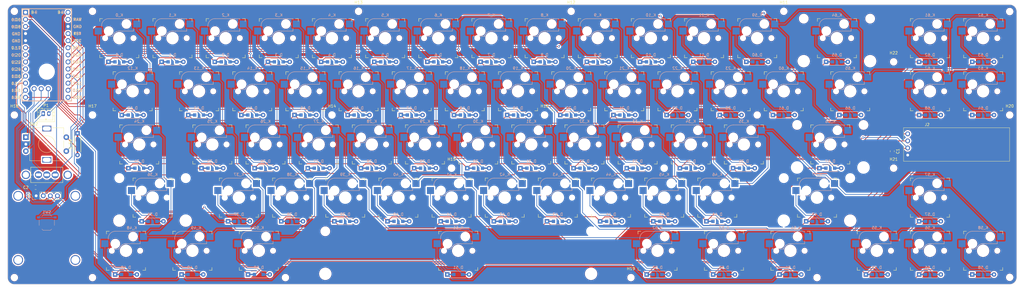
<source format=kicad_pcb>
(kicad_pcb (version 20240108) (generator "pcbnew") (generator_version "8.0")
  (layers (0 "F.Cu" signal) (31 "B.Cu" signal) (34 "B.Paste" user) (35 "F.Paste" user) (36 "B.SilkS" user "B.Silkscreen") (37 "F.SilkS" user "F.Silkscreen") (38 "B.Mask" user) (39 "F.Mask" user) (44 "Edge.Cuts" user))
  (net 0 "")
  (net 1 "col0")
  (net 2 "col1")
  (net 3 "col2")
  (net 4 "col3")
  (net 5 "col4")
  (net 6 "col5")
  (net 7 "row0")
  (net 8 "row1")
  (net 9 "row2")
  (net 10 "row3")
  (net 11 "row4")
  (net 12 "row5")
  (net 13 "Net-(D_0-A)")
  (net 14 "Net-(D_1-A)")
  (net 15 "Net-(D_2-A)")
  (net 16 "Net-(D_3-A)")
  (net 17 "Net-(D_4-A)")
  (net 18 "Net-(D_5-A)")
  (net 19 "Net-(D_6-A)")
  (net 20 "Net-(D_7-A)")
  (net 21 "Net-(D_8-A)")
  (net 22 "Net-(D_9-A)")
  (net 23 "Net-(D_10-A)")
  (net 24 "Net-(D_11-A)")
  (net 25 "Net-(D_12-A)")
  (net 26 "Net-(D_13-A)")
  (net 27 "Net-(D_14-A)")
  (net 28 "Net-(D_15-A)")
  (net 29 "Net-(D_16-A)")
  (net 30 "Net-(D_17-A)")
  (net 31 "Net-(D_18-A)")
  (net 32 "Net-(D_19-A)")
  (net 33 "Net-(D_20-A)")
  (net 34 "Net-(D_21-A)")
  (net 35 "Net-(D_22-A)")
  (net 36 "Net-(D_23-A)")
  (net 37 "Net-(D_24-A)")
  (net 38 "Net-(D_25-A)")
  (net 39 "Net-(D_26-A)")
  (net 40 "Net-(D_27-A)")
  (net 41 "Net-(D_28-A)")
  (net 42 "Net-(D_29-A)")
  (net 43 "Net-(D_30-A)")
  (net 44 "Net-(D_31-A)")
  (net 45 "Net-(D_32-A)")
  (net 46 "Net-(D_33-A)")
  (net 47 "Net-(D_34-A)")
  (net 48 "Net-(D_35-A)")
  (net 49 "Net-(D_36-A)")
  (net 50 "Net-(D_37-A)")
  (net 51 "Net-(D_38-A)")
  (net 52 "Net-(D_39-A)")
  (net 53 "Net-(D_40-A)")
  (net 54 "Net-(D_41-A)")
  (net 55 "Net-(D_42-A)")
  (net 56 "Net-(D_43-A)")
  (net 57 "Net-(D_44-A)")
  (net 58 "Net-(D_45-A)")
  (net 59 "Net-(D_46-A)")
  (net 60 "Net-(D_47-A)")
  (net 61 "Net-(D_48-A)")
  (net 62 "Net-(D_49-A)")
  (net 63 "Net-(D_50-A)")
  (net 64 "Net-(D_51-A)")
  (net 65 "Net-(D_52-A)")
  (net 66 "Net-(D_53-A)")
  (net 67 "Net-(D_54-A)")
  (net 68 "Net-(D_55-A)")
  (net 69 "Net-(D_56-A)")
  (net 70 "Net-(D_57-A)")
  (net 71 "row6")
  (net 72 "row7")
  (net 73 "row8")
  (net 74 "row9")
  (net 75 "/swa2")
  (net 76 "/rotb")
  (net 77 "/rota")
  (net 78 "GND")
  (net 79 "Net-(D_58-A)")
  (net 80 "Net-(D_60-A)")
  (net 81 "Net-(D_61-A)")
  (net 82 "Net-(D_62-A)")
  (net 83 "Net-(D_63-A)")
  (net 84 "Net-(D_64-A)")
  (net 85 "Net-(D_65-A)")
  (net 86 "Net-(D_66-A)")
  (net 87 "Net-(D_67-A)")
  (net 88 "Net-(D_68-A)")
  (net 89 "col6")
  (net 90 "Net-(U3-RESET)")
  (net 91 "VDD")
  (net 92 "B+")
  (net 93 "SCK")
  (net 94 "B-")
  (net 95 "SDA")
  (net 96 "Switch B+")
  (footprint "keyswitches:Kailh_socket_MX" (layer "F.Cu") (at 60 30)
    (property "Reference" "K_0")
    (property "Value" "KEYSW")
  )
  (footprint "keyboard_parts:D_SOD123_axial" (layer "F.Cu") (at 45 68 -90)
    (property "Reference" "D_59")
    (property "Value" "D" (hide yes))
  )
  (footprint "keyboard_parts:RotaryEncoder_Alps_EC11E-Switch_Vertical_H20mm_1" (layer "F.Cu") (at 34 68)
    (property "Reference" "SW2")
    (property "Value" "Rotary_Encoder_Switch")
  )
  (footprint "MountingHole:MountingHole_2.2mm_M2" (layer "F.Cu") (at 22.3813 20.3813)
    (property "Reference" "H1" (hide yes))
    (property "Value" "MountingHole")
  )
  (footprint "MountingHole:MountingHole_2.2mm_M2" (layer "F.Cu") (at 22.3813 115.8187)
    (property "Reference" "H2" (hide yes))
    (property "Value" "MountingHole")
  )
  (footprint "MountingHole:MountingHole_2.2mm_M2" (layer "F.Cu") (at 379.08609 115.725)
    (property "Reference" "H3" (hide yes))
    (property "Value" "MountingHole")
  )
  (footprint "MountingHole:MountingHole_2.2mm_M2" (layer "F.Cu") (at 379.08609 20.475)
    (property "Reference" "H4" (hide yes))
    (property "Value" "MountingHole")
  )
  (footprint "MountingHole:MountingHole_2.2mm_M2" (layer "F.Cu") (at 50.3813 20.3813)
    (property "Reference" "H5" (hide yes))
    (property "Value" "MountingHole")
  )
  (footprint "MountingHole:MountingHole_2.2mm_M2" (layer "F.Cu") (at 50.3813 115.8187)
    (property "Reference" "H6" (hide yes))
    (property "Value" "MountingHole")
  )
  (footprint "MountingHole:MountingHole_2.2mm_M2" (layer "F.Cu") (at 119.52974 115.8187)
    (property "Reference" "H7" (hide yes))
    (property "Value" "MountingHole")
  )
  (footprint "MountingHole:MountingHole_2.2mm_M2" (layer "F.Cu") (at 255.263135 76.6)
    (property "Reference" "H8" (hide yes))
    (property "Value" "MountingHole")
  )
  (footprint "MountingHole:MountingHole_2.2mm_M2" (layer "F.Cu") (at 310.02874 115.8187 180)
    (property "Reference" "H9" (hide yes))
    (property "Value" "MountingHole")
  )
  (footprint "MountingHole:MountingHole_2.2mm_M2" (layer "F.Cu") (at 288.59992 57.55)
    (property "Reference" "H10" (hide yes))
    (property "Value" "MountingHole")
  )
  (footprint "MountingHole:MountingHole_5.3mm_M5" (layer "F.Cu") (at 34 42)
    (property "Reference" "BatteryHole1" (hide yes))
    (property "Value" "MountingHole")
  )
  (footprint "keyswitches:Kailh_socket_MX" (layer "F.Cu") (at 331.46024 106.2)
    (property "Reference" "K_55")
    (property "Value" "KEYSW")
  )
  (footprint "MountingHole:MountingHole_2.2mm_M2" (layer "F.Cu") (at 243.35474 115.8187)
    (property "Reference" "H19")
    (property "Value" "MountingHole")
  )
  (footprint "keyswitches:Kailh_socket_MX" (layer "F.Cu") (at 86.192995 106.2)
    (property "Reference" "K_49")
    (property "Value" "KEYSW")
  )
  (footprint "keyswitches:Kailh_socket_MX" (layer "F.Cu") (at 207.638135 68.1)
    (property "Reference" "K_31")
    (property "Value" "KEYSW")
  )
  (footprint "keyswitches:Kailh_socket_MX" (layer "F.Cu") (at 198.11245 87.15)
    (property "Reference" "K_42")
    (property "Value" "KEYSW")
  )
  (footprint "keyswitches:Kailh_socket_MX" (layer "F.Cu") (at 183.82492 49.05)
    (property "Reference" "K_18")
    (property "Value" "KEYSW")
  )
  (footprint "keyswitches:Kailh_socket_MX" (layer "F.Cu") (at 98.1 30)
    (property "Reference" "K_2")
    (property "Value" "KEYSW")
  )
  (footprint "keyswitches:Kailh_socket_MX" (layer "F.Cu") (at 155.25 30)
    (property "Reference" "K_5")
    (property "Value" "KEYSW")
  )
  (footprint "MountingHole:MountingHole_2.2mm_M2" (layer "F.Cu") (at 22.3813 57.55)
    (property "Reference" "H18")
    (property "Value" "MountingHole")
  )
  (footprint "keyswitches:Kailh_socket_MX" (layer "F.Cu") (at 288.6 30)
    (property "Reference" "K_59")
    (property "Value" "KEYSW")
  )
  (footprint "keyswitches:Kailh_socket_MX" (layer "F.Cu") (at 62.38125 106.2)
    (property "Reference" "K_48")
    (property "Value" "KEYSW")
  )
  (footprint "keyswitches:Kailh_socket_MX" (layer "F.Cu") (at 350.51109 106.2)
    (property "Reference" "K_56")
    (property "Value" "KEYSW")
  )
  (footprint "keyswitches:Kailh_socket_MX" (layer "F.Cu") (at 217.16245 87.15)
    (property "Reference" "K_43")
    (property "Value" "KEYSW")
  )
  (footprint "keyswitches:Kailh_socket_MX" (layer "F.Cu") (at 314.793635 68.1)
    (property "Reference" "K_66")
    (property "Value" "KEYSW")
  )
  (footprint "keyswitches:Kailh_socket_MX" (layer "F.Cu") (at 236.21245 87.15)
    (property "Reference" "K_44")
    (property "Value" "KEYSW")
  )
  (footprint "keyswitches:Kailh_socket_MX" (layer "F.Cu") (at 369.5625 49.05)
    (property "Reference" "K_63")
    (property "Value" "KEYSW")
  )
  (footprint "keyswitches:Stabilizer_MX_2u" (layer "F.Cu") (at 71.90625 87.15)
    (property "Reference" "REF**" (hide yes))
    (property "Value" "Stabilizer_MX_2u" (hide yes))
  )
  (footprint "keyswitches:Kailh_socket_MX" (layer "F.Cu") (at 102.86245 87.15)
    (property "Reference" "K_37")
    (property "Value" "KEYSW")
  )
  (footprint "keyswitches:Kailh_socket_MX" (layer "F.Cu") (at 300.50374 106.2)
    (property "Reference" "K_54")
    (property "Value" "KEYSW")
  )
  (footprint "keyswitches:Kailh_socket_MX" (layer "F.Cu") (at 64.7625 49.05)
    (property "Reference" "K_12")
    (property "Value" "KEYSW")
  )
  (footprint "keyswitches:Kailh_socket_MX" (layer "F.Cu") (at 264.788135 68.1)
    (property "Reference" "K_34")
    (property "Value" "KEYSW")
  )
  (footprint "keyswitches:Kailh_socket_MX" (layer "F.Cu") (at 136.2 30)
    (property "Reference" "K_4")
    (property "Value" "KEYSW")
  )
  (footprint "keyswitches:Kailh_socket_MX" (layer "F.Cu") (at 88.57492 49.05)
    (property "Reference" "K_13")
    (property "Value" "KEYSW")
  )
  (footprint "keyswitches:Kailh_socket_MX" (layer "F.Cu") (at 269.55 30)
    (property "Reference" "K_11")
    (property "Value" "KEYSW")
  )
  (footprint "MountingHole:MountingHole_2.2mm_M2" (layer "F.Cu") (at 337.5 76.6)
    (property "Reference" "H21")
    (property "Value" "MountingHole")
  )
  (footprint "keyswitches:Kailh_socket_MX" (layer "F.Cu") (at 283.838135 68.1)
    (property "Reference" "K_35")
    (property "Value" "KEYSW")
  )
  (footprint "keyswitches:Kailh_socket_MX" (layer "F.Cu") (at 321.93742 49.05)
    (property "Reference" "K_65")
    (property "Value" "KEYSW")
  )
  (footprint "keyswitches:Kailh_socket_MX" (layer "F.Cu") (at 169.538135 68.1)
    (property "Reference" "K_29")
    (property "Value" "KEYSW")
  )
  (footprint "MountingHole:MountingHole_2.2mm_M2" (layer "F.Cu") (at 221.925 20.3813)
    (property "Reference" "H12")
    (property "Value" "MountingHole")
  )
  (footprint "keyswitches:Kailh_socket_MX" (layer "F.Cu") (at 79.05 30)
    (property "Reference" "K_1")
    (property "Value" "KEYSW")
  )
  (footprint "keyboard_parts:SW_SPDT" (layer "F.Cu") (at 34 79)
    (property "Reference" "SW3" (hide yes))
    (property "Value" "SW_SPDT" (hide yes))
  )
  (footprint "MountingHole:MountingHole_2.2mm_M2" (layer "F.Cu") (at 179.063135 76.6)
    (property "Reference" "H15")
    (property "Value" "MountingHole")
  )
  (footprint "Connector_JST:JST_PH_B2B-PH-K_1x02_P2.00mm_Vertical" (layer "F.Cu") (at 32.73 57.05)
    (property "Reference" "P1")
    (property "Value" "CONN_1X2")
  )
  (footprint "keyswitches:Kailh_socket_MX" (layer "F.Cu") (at 350.51109 87.15)
    (property "Reference" "K_57")
    (property "Value" "KEYSW")
  )
  (footprint "keyswitches:Kailh_socket_MX" (layer "F.Cu") (at 350.5125 49.05)
    (property "Reference" "K_67")
    (property "Value" "KEYSW")
  )
  (footprint "MountingHole:MountingHole_2.2mm_M2" (layer "F.Cu") (at 145.725 20.3813)
    (property "Reference" "H13")
    (property "Value" "MountingHole")
  )
  (footprint "keyswitches:Kailh_socket_MX" (layer "F.Cu") (at 369.5625 30)
    (property "Reference" "K_62")
    (property "Value" "KEYSW")
  )
  (footprint "keyswitches:Kailh_socket_MX" (layer "F.Cu") (at 317.175 30)
    (property "Reference" "K_64")
    (property "Value" "KEYSW")
  )
  (footprint "keyswitches:Kailh_socket_MX" (layer "F.Cu") (at 150.488135 68.1)
    (property "Reference" "K_28")
    (property "Value" "KEYSW")
  )
  (footprint "keyswitches:Stabilizer_MX_6u" (layer "F.Cu") (at 181.44159 106.2)
    (property "Reference" "REF**" (hide yes))
    (property "Value" "Stabilizer_MX_6u" (hide yes))
  )
  (footprint "Capacitor_SMD:C_0805_2012Metric_Pad1.18x1.45mm_HandSolder" (layer "F.Cu") (at 337 70.5375 -90)
    (property "Reference" "C1")
    (property "Value" "C")
  )
  (footprint "keyswitches:Kailh_socket_MX" (layer "F.Cu") (at 226.688135 68.1)
    (property "Reference" "K_32")
    (property "Value" "KEYSW")
  )
  (footprint "keyswitches:Kailh_socket_MX" (layer "F.Cu") (at 240.97492 49.05)
    (property "Reference" "K_21")
    (property "Value" "KEYSW")
  )
  (footprint "keyswitches:Kailh_socket_MX" (layer "F.Cu") (at 160.01245 87.15)
    (property "Reference" "K_40")
    (property "Value" "KEYSW")
  )
  (footprint "keyswitches:Kailh_socket_MX" (layer "F.Cu") (at 202.87492 49.05)
    (property "Reference" "K_19")
    (property "Value" "KEYSW")
  )
  (footprint "keyswitches:Kailh_socket_MX" (layer "F.Cu") (at 245.738135 68.1)
    (property "Reference" "K_33")
    (property "Value" "KEYSW")
  )
  (footprint "keyswitches:Kailh_socket_MX" (layer "F.Cu") (at 250.5 30)
    (property "Reference" "K_10")
    (property "Value" "KEYSW")
  )
  (footprint "keyswitches:Kailh_socket_MX" (layer "F.Cu") (at 298.12492 49.05)
    (property "Reference" "K_60")
    (property "Value" "KEYSW")
  )
  (footprint "MountingHole:MountingHole_2.2mm_M2" (layer "F.Cu") (at 379.08609 57.55)
    (property "Reference" "H20")
    (property "Value" "MountingHole")
  )
  (footprint "keyswitches:Kailh_socket_MX" (layer "F.Cu") (at 350.5125 30)
    (property "Reference" "K_61")
    (property "Value" "KEYSW")
  )
  (footprint "keyswitches:Kailh_socket_MX" (layer "F.Cu") (at 252.87974 106.2)
    (property "Reference" "K_52")
    (property "Value" "KEYSW")
  )
  (footprint "keyswitches:Kailh_socket_MX" (layer "F.Cu") (at 181.44174 106.2)
    (property "Reference" "K_51")
    (property "Value" "KEYSW")
  )
  (footprint "keyswitches:Kailh_socket_MX" (layer "F.Cu") (at 274.31245 87.15)
    (property "Reference" "K_46")
    (property "Value" "KEYSW")
  )
  (footprint "keyswitches:Kailh_socket_MX" (layer "F.Cu") (at 310.03045 87.15)
    (property "Reference" "K_47")
    (property "Value" "KEYSW")
  )
  (footprint "keyswitches:Kailh_socket_MX" (layer "F.Cu") (at 255.26245 87.15)
    (property "Reference" "K_45")
    (property "Value" "KEYSW")
  )
  (footprint "keyswitches:Kailh_socket_MX" (layer "F.Cu") (at 107.62492 49.05)
    (property "Reference" "K_14")
    (property "Value" "KEYSW")
  )
  (footprint "keyswitches:Kailh_socket_MX" (layer "F.Cu") (at 117.15 30)
    (property "Reference" "K_3")
    (property "Value" "KEYSW")
  )
  (footprint "keyswitches:Stabilizer_MX_2u" (layer "F.Cu") (at 310.03045 87.15)
    (property "Reference" "REF**" (hide yes))
    (property "Value" "Stabilizer_MX_2u" (hide yes))
  )
  (footprint "keyswitches:Kailh_socket_MX" (layer "F.Cu") (at 140.96245 87.15)
    (property "Reference" "K_39")
    (property "Value" "KEYSW")
  )
  (footprint "keyswitches:Kailh_socket_MX" (layer "F.Cu") (at 145.72492 49.05)
    (property "Reference" "K_16")
    (property "Value" "KEYSW")
  )
  (footprint "keyswitches:Kailh_socket_MX" (layer "F.Cu") (at 126.67492 49.05)
    (property "Reference" "K_15")
    (property "Value" "KEYSW")
  )
  (footprint "keyswitches:Stabilizer_MX_2u" (layer "F.Cu") (at 317.175 30)
    (property "Reference" "REF**" (hide yes))
    (property "Value" "Stabilizer_MX_2u" (hide yes))
  )
  (footprint "keyswitches:Kailh_socket_MX" (layer "F.Cu") (at 131.438135 68.1)
    (property "Reference" "K_27")
    (property "Value" "KEYSW")
  )
  (footprint "Keebio-Parts:nrf52840-ProMicro_1" (layer "F.Cu") (at 34 37.25 -90)
    (property "Reference" "U3" (hide yes))
    (property "Value" "nrf52840_ProMicro" (hide yes))
  )
  (footprint "keyswitches:Kailh_socket_MX" (layer "F.Cu") (at 71.90625 87.15)
    (property "Reference" "K_36")
    (property "Value" "KEYSW")
  )
  (footprint "keyswitches:Kailh_socket_MX" (layer "F.Cu") (at 276.69174 106.2)
    (property "Reference" "K_53")
    (property "Value" "KEYSW")
  )
  (footprint "keyswitches:Kailh_socket_MX" (layer "F.Cu") (at 93.338135 68.1)
    (property "Reference" "K_25")
    (property "Value" "KEYSW")
  )
  (footprint "keyswitches:Kailh_socket_MX" (layer "F.Cu") (at 110.00474 106.2)
    (property "Reference" "K_50")
    (property "Value" "KEYSW")
  )
  (footprint "MountingHole:MountingHole_2.2mm_M2" (layer "F.Cu") (at 337.5 38.5)
    (property "Reference" "H22")
    (property "Value" "MountingHole")
  )
  (footprint "MountingHole:MountingHole_2.2mm_M2" (layer "F.Cu") (at 212.39992 57.55)
    (property "Reference" "H16")
    (property "Value" "MountingHole")
  )
  (footprint "keyboard_parts:0.96IN_OLED_IIC" (layer "F.Cu") (at 34 98 -90)
    (property "Reference" "J3")
    (property "Value" "0.96IN_OLED_Display")
  )
  (footprint "keyswitches:Kailh_socket_MX" (layer "F.Cu") (at 188.588135 68.1)
    (property "Reference" "K_30")
    (property "Value" "KEYSW")
  )
  (footprint "keyswitches:Kailh_socket_MX" (layer "F.Cu") (at 174.3 30)
    (property "Reference" "K_6")
    (property "Value" "KEYSW")
  )
  (footprint "keyswitches:Kailh_socket_MX" (layer "F.Cu") (at 67.14375 68.1)
    (property "Reference" "K_24")
    (property "Value" "KEYSW")
  )
  (footprint "keyswitches:Kailh_socket_MX" (layer "F.Cu") (at 121.91245 87.15)
    (property "Reference" "K_38")
    (property "Value" "KEYSW")
  )
  (footprint "keyswitches:Kailh_socket_MX" (layer "F.Cu") (at 164.77492 49.05)
    (property "Reference" "K_17")
    (property "Value" "KEYSW")
  )
  (footprint "keyswitches:Kailh_socket_MX" (layer "F.Cu") (at 112.388135 68.1)
    (property "Reference" "K_26")
    (property "Value" "KEYSW")
  )
  (footprint "keyswitches:Kailh_socket_MX" (layer "F.Cu") (at 212.4 30)
    (property "Reference" "K_8")
    (property "Value" "KEYSW")
  )
  (footprint "keyswitches:Stabilizer_MX_2u" (layer "F.Cu") (at 314.793635 68.1)
    (property "Reference" "REF**" (hide yes))
    (property "Value" "Stabilizer_MX_2u" (hide yes))
  )
  (footprint "MountingHole:MountingHole_2.2mm_M2" (layer "F.Cu") (at 50.3813 57.55)
    (property "Reference" "H17")
    (property "Value" "MountingHole")
  )
  (footprint "keyswitches:Kailh_socket_MX" (layer "F.Cu") (at 221.92492 49.05)
    (property "Reference" "K_20")
    (property "Value" "KEYSW")
  )
  (footprint "keyswitches:Kailh_socket_MX" (layer "F.Cu") (at 369.56109 106.2)
    (property "Reference" "K_58")
    (property "Value" "KEYSW")
  )
  (footprint "MountingHole:MountingHole_2.2mm_M2" (layer "F.Cu") (at 136.19992 57.55)
    (property "Reference" "H14")
    (property "Value" "MountingHole")
  )
  (footprint "keyswitches:Kailh_socket_MX" (layer "F.Cu") (at 179.06245 87.15)
    (property "Reference" "K_41")
    (property "Value" "KEYSW")
  )
  (footprint "keyswitches:Kailh_socket_MX" (layer "F.Cu") (at 279.07492 49.05)
    (property "Reference" "K_23")
    (property "Value" "KEYSW")
  )
  (footprint "MountingHole:MountingHole_2.2mm_M2" (layer "F.Cu") (at 298.125 20.3813)
    (property "Reference" "H11")
    (property "Value" "MountingHole")
  )
  (footprint "Capacitor_SMD:C_0805_2012Metric_Pad1.18x1.45mm_HandSolder" (layer "F.Cu") (at 30 83.5 180)
    (property "Reference" "C2")
    (property "Value" "C")
  )
  (footprint "keyswitches:Kailh_socket_MX" (layer "F.Cu") (at 260.02492 49.05)
    (property "Reference" "K_22")
    (property "Value" "KEYSW")
  )
  (footprint "keyboard_parts:0.91IN_OLED_IIC" (layer "F.Cu") (at 360.0375 68.1)
    (property "Reference" "J2")
    (property "Value" "0.91IN_OLED_Display" (hide yes))
  )
  (footprint "keyswitches:Kailh_socket_MX" (layer "F.Cu") (at 193.35 30)
    (property "Reference" "K_7")
    (property "Value" "KEYSW")
  )
  (footprint "keyswitches:Kailh_socket_MX" (layer "F.Cu") (at 231.45 30)
    (property "Reference" "K_9")
    (property "Value" "KEYSW")
  )
  (footprint "keyboard_parts:D_SOD123_axial" (layer "B.Cu") (at 155.25 38.5)
    (property "Reference" "D_5")
    (property "Value" "D" (hide yes))
  )
  (footprint "keyboard_parts:D_SOD123_axial" (layer "B.Cu") (at 350.5125 57.55)
    (property "Reference" "D_68")
    (property "Value" "D" (hide yes))
  )
  (footprint "keyboard_parts:D_SOD123_axial" (layer "B.Cu") (at 174.3 38.5)
    (property "Reference" "D_6")
    (property "Value" "D" (hide yes))
  )
  (footprint "keyboard_parts:D_SOD123_axial" (layer "B.Cu") (at 212.4 38.5)
    (property "Reference" "D_8")
    (property "Value" "D" (hide yes))
  )
  (footprint "keyboard_parts:D_SOD123_axial" (layer "B.Cu") (at 198.11245 95.65)
    (property "Reference" "D_42")
    (property "Value" "D" (hide yes))
  )
  (footprint "keyboard_parts:D_SOD123_axial" (layer "B.Cu") (at 93.338135 76.6)
    (property "Reference" "D_25")
    (property "Value" "D" (hide yes))
  )
  (footprint "keyboard_parts:D_SOD123_axial" (layer "B.Cu") (at 179.06245 95.65)
    (property "Reference" "D_41")
    (property "Value" "D" (hide yes))
  )
  (footprint "keyboard_parts:D_SOD123_axial" (layer "B.Cu") (at 350.51109 95.65)
    (property "Reference" "D_57")
    (property "Value" "D" (hide yes))
  )
  (footprint "keyboard_parts:D_SOD123_axial" (layer "B.Cu") (at 300.50459 114.7)
    (property "Reference" "D_54")
    (property "Value" "D" (hide yes))
  )
  (footprint "keyboard_parts:D_SOD123_axial" (layer "B.Cu") (at 231.45 38.5)
    (property "Reference" "D_9")
    (property "Value" "D" (hide yes))
  )
  (footprint "keyboard_parts:D_SOD123_axial" (layer "B.Cu") (at 288.6 38.5)
    (property "Reference" "D_60")
    (property "Value" "D" (hide yes))
  )
  (footprint "keyboard_parts:D_SOD123_axial" (layer "B.Cu") (at 188.588135 76.6)
    (property "Reference" "D_30")
    (property "Value" "D" (hide yes))
  )
  (footprint "keyboard_parts:D_SOD123_axial" (layer "B.Cu") (at 217.16245 95.65)
    (property "Reference" "D_43")
    (property "Value" "D" (hide yes))
  )
  (footprint "keyboard_parts:D_SOD123_axial" (layer "B.Cu") (at 126.67492 57.55)
    (property "Reference" "D_15")
    (property "Value" "D" (hide yes))
  )
  (footprint "keyboard_parts:D_SOD123_axial" (layer "B.Cu") (at 145.72492 57.55)
    (property "Reference" "D_16")
    (property "Value" "D" (hide yes))
  )
  (footprint "keyboard_parts:D_SOD123_axial" (layer "B.Cu") (at 369.56109 114.7)
    (property "Reference" "D_58")
    (property "Value" "D" (hide yes))
  )
  (footprint "keyboard_parts:D_SOD123_axial" (layer "B.Cu") (at 67.14375 76.6)
    (property "Reference" "D_24")
    (property "Value" "D" (hide yes))
  )
  (footprint "keyboard_parts:D_SOD123_axial" (layer "B.Cu") (at 279.07492 57.55)
    (property "Reference" "D_23")
    (property "Value" "D" (hide yes))
  )
  (footprint "keyboard_parts:D_SOD123_axial" (layer "B.Cu") (at 181.44159 114.7)
    (property "Reference" "D_51")
    (property "Value" "D" (hide yes))
  )
  (footprint "keyboard_parts:D_SOD123_axial" (layer "B.Cu") (at 60 38.5)
    (property "Reference" "D_0")
    (property "Value" "D" (hide yes))
  )
  (footprint "keyboard_parts:D_SOD123_axial" (layer "B.Cu") (at 298.12492 57.55)
    (property "Reference" "D_61")
    (property "Value" "D" (hide yes))
  )
  (footprint "keyboard_parts:D_SOD123_axial" (layer "B.Cu") (at 369.5625 38.5)
    (property "Reference" "D_63")
    (property "Value" "D" (hide yes))
  )
  (footprint "keyboard_parts:D_SOD123_axial" (layer "B.Cu") (at 236.21245 95.65)
    (property "Reference" "D_44")
    (property "Value" "D" (hide yes))
  )
  (footprint "keyboard_parts:D_SOD123_axial" (layer "B.Cu") (at 252.87959 114.7)
    (property "Reference" "D_52")
    (property "Value" "D" (hide yes))
  )
  (footprint "keyboard_parts:D_SOD123_axial" (layer "B.Cu") (at 269.55 38.5)
    (property "Reference" "D_11")
    (property "Value" "D" (hide yes))
  )
  (footprint "keyboard_parts:D_SOD123_axial" (layer "B.Cu") (at 164.77492 57.55)
    (property "Reference" "D_17")
    (property "Value" "D" (hide yes))
  )
  (footprint "keyboard_parts:D_SOD123_axial" (layer "B.Cu") (at 274.31245 95.65)
    (property "Reference" "D_46")
    (property "Value" "D" (hide yes))
  )
  (footprint "keyboard_parts:D_SOD123_axial" (layer "B.Cu") (at 264.788135 76.6)
    (property "Reference" "D_34")
    (property "Value" "D" (hide yes))
  )
  (footprint "keyboard_parts:D_SOD123_axial" (layer "B.Cu") (at 314.793635 76.6)
    (property "Reference" "D_67")
    (property "Value" "D" (hide yes))
  )
  (footprint "keyboard_parts:D_SOD123_axial" (layer "B.Cu") (at 207.638135 76.6)
    (property "Reference" "D_31")
    (property "Value" "D" (hide yes))
  )
  (footprint "keyboard_parts:D_SOD123_axial" (layer "B.Cu") (at 250.5 38.5)
    (property "Reference" "D_10")
    (property "Value" "D" (hide yes))
  )
  (footprint "keyboard_parts:D_SOD123_axial" (layer "B.Cu") (at 62.38125 114.7)
    (property "Reference" "D_48")
    (property "Value" "D" (hide yes))
  )
  (footprint "keyboard_parts:D_SOD123_axial" (layer "B.Cu") (at 221.92492 57.55)
    (property "Reference" "D_20")
    (property "Value" "D" (hide yes))
  )
  (footprint "keyboard_parts:D_SOD123_axial" (layer "B.Cu") (at 310.03045 95.65)
    (property "Reference" "D_47")
    (property "Value" "D" (hide yes))
  )
  (footprint "keyboard_parts:D_SOD123_axial" (layer "B.Cu") (at 86.192995 114.7)
    (property "Reference" "D_49")
    (property "Value" "D" (hide yes))
  )
  (footprint "keyboard_parts:D_SOD123_axial" (layer "B.Cu") (at 79.05 38.5)
    (property "Reference" "D_1")
    (property "Value" "D" (hide yes))
  )
  (footprint "keyboard_parts:D_SOD123_axial" (layer "B.Cu") (at 350.51109 114.7)
    (property "Reference" "D_56")
    (property "Value" "D" (hide yes))
  )
  (footprint "keyboard_parts:D_SOD123_axial" (layer "B.Cu") (at 121.91245 95.65)
    (property "Reference" "D_38")
    (property "Value" "D" (hide yes))
  )
  (footprint "keyboard_parts:D_SOD123_axial" (layer "B.Cu") (at 117.15 38.5)
    (property "Reference" "D_3")
    (property "Value" "D" (hide yes))
  )
  (footprint "keyboard_parts:D_SOD123_axial" (layer "B.Cu") (at 331.46109 114.7)
    (property "Reference" "D_55")
    (property "Value" "D" (hide yes))
  )
  (footprint "keyboard_parts:D_SOD123_axial" (layer "B.Cu") (at 110.00474 114.7)
    (property "Reference" "D_50")
    (property "Value" "D" (hide yes))
  )
  (footprint "keyboard_parts:D_SOD123_axial" (layer "B.Cu") (at 226.688135 76.6)
    (property "Reference" "D_32")
    (property "Value" "D" (hide yes))
  )
  (footprint "keyboard_parts:D_SOD123_axial" (layer "B.Cu") (at 183.82492 57.55)
    (property "Reference" "D_18")
    (property "Value" "D" (hide yes))
  )
  (footprint "keyboard_parts:D_SOD123_axial" (layer "B.Cu") (at 255.26245 95.65)
    (property "Reference" "D_45")
    (property "Value" "D" (hide yes))
  )
  (footprint "keyboard_parts:D_SOD123_axial" (layer "B.Cu") (at 64.7625 57.55)
    (property "Reference" "D_12")
    (property "Value" "D" (hide yes))
  )
  (footprint "keyboard_parts:D_SOD123_axial" (layer "B.Cu") (at 283.838135 76.6)
    (property "Reference" "D_35")
    (property "Value" "D" (hide yes))
  )
  (footprint "keyboard_parts:D_SOD123_axial" (layer "B.Cu") (at 202.87492 57.55)
    (property "Reference" "D_19")
    (property "Value" "D" (hide yes))
  )
  (footprint "keyboard_parts:D_SOD123_axial" (layer "B.Cu") (at 136.2 38.5)
    (property "Reference" "D_4")
    (property "Value" "D" (hide yes))
  )
  (footprint "keyboard_parts:D_SOD123_axial" (layer "B.Cu") (at 240.97492 57.55)
    (property "Reference" "D_21")
    (property "Value" "D" (hide yes))
  )
  (footprint "keyboard_parts:D_SOD123_axial" (layer "B.Cu") (at 112.388135 76.6)
    (property "Reference" "D_26")
    (property "Value" "D" (hide yes))
  )
  (footprint "keyboard_parts:D_SOD123_axial" (layer "B.Cu") (at 107.62492 57.55)
    (property "Reference" "D_14")
    (property "Value" "D" (hide yes))
  )
  (footprint "keyboard_parts:D_SOD123_axial" (layer "B.Cu") (at 276.69159 114.7)
    (property "Reference" "D_53")
    (property "Value" "D" (hide yes))
  )
  (footprint "keyboard_parts:D_SOD123_axial" (layer "B.Cu") (at 317.175 38.5)
    (property "Reference" "D_65")
    (property "Value" "D" (hide yes))
  )
  (footprint "keyboard_parts:D_SOD123_axial" (layer "B.Cu") (at 169.538135 76.6)
    (property "Reference" "D_29")
    (property "Value" "D" (hide yes))
  )
  (footprint "keyboard_parts:D_SOD123_axial" (layer "B.Cu") (at 321.93742 57.55)
    (property "Reference" "D_66")
    (property "Value" "D" (hide yes))
  )
  (footprint "keyboard_parts:D_SOD123_axial" (layer "B.Cu") (at 193.35 38.5)
    (property "Reference" "D_7")
    (property "Value" "D" (hide yes))
  )
  (footprint "keyboard_parts:D_SOD123_axial" (layer "B.Cu") (at 131.438135 76.6)
    (property "Reference" "D_27")
    (property "Value" "D" (hide yes))
  )
  (footprint "keyboard_parts:D_SOD123_axial" (layer "B.Cu") (at 160.01245 95.65)
    (property "Reference" "D_40")
    (property "Value" "D" (hide yes))
  )
  (footprint "keyboard_parts:D_SOD123_axial" (layer "B.Cu") (at 102.86245 95.65)
    (property "Reference" "D_37")
    (property "Value" "D" (hide yes))
  )
  (footprint "keyboard_parts:D_SOD123_axial" (layer "B.Cu") (at 245.738135 76.6)
    (property "Reference" "D_33")
    (property "Value" "D" (hide yes))
  )
  (footprint "keyboard_parts:D_SOD123_axial" (layer "B.Cu") (at 71.90625 95.65)
    (property "Reference" "D_36")
    (property "Value" "D" (hide yes))
  )
  (footprint "Button_Switch_SMD:SW_Push_1P1T_XKB_TS-1187A" (layer "B.Cu") (at 34 96.125 180)
    (property "Reference" "SW1")
    (property "Value" "SW_Push")
  )
  (footprint "keyboard_parts:D_SOD123_axial" (layer "B.Cu") (at 260.02492 57.55)
    (property "Reference" "D_22")
    (property "Value" "D" (hide yes))
  )
  (footprint "keyboard_parts:D_SOD123_axial" (layer "B.Cu") (at 150.488135 76.6)
    (property "Reference" "D_28")
    (property "Value" "D" (hide yes))
  )
  (footprint "keyboard_parts:D_SOD123_axial" (layer "B.Cu") (at 369.5625 57.55)
    (property "Reference" "D_64")
    (property "Value" "D" (hide yes))
  )
  (footprint "keyboard_parts:D_SOD123_axial" (layer "B.Cu") (at 98.1 38.5)
    (property "Reference" "D_2")
    (property "Value" "D" (hide yes))
  )
  (footprint "keyboard_parts:D_SOD123_axial" (layer "B.Cu") (at 88.57492 57.55)
    (property "Reference" "D_13")
    (property "Value" "D" (hide yes))
  )
  (footprint "keyboard_parts:D_SOD123_axial" (layer "B.Cu") (at 140.96245 95.65)
    (property "Reference" "D_39")
    (property "Value" "D" (hide yes))
  )
  (footprint "keyboard_parts:D_SOD123_axial" (layer "B.Cu") (at 350.5125 38.5)
    (property "Reference" "D_62")
    (property "Value" "D" (hide yes))
  )
  (gr_line (start 20 20.3813) (end 20 115.8187) (stroke (width 0.1)) (layer "Edge.Cuts"))
  (gr_line (start 381.56109 20.475) (end 381.56109 115.725) (stroke (width 0.1)) (layer "Edge.Cuts"))
  (gr_line (start 379.08609 18) (end 22.3813 18) (stroke (width 0.1)) (layer "Edge.Cuts"))
  (gr_line (start 379.08609 118.2) (end 22.3813 118.2) (stroke (width 0.1)) (layer "Edge.Cuts"))
  (gr_arc (start 22.3813 118.2) (mid 20.697467 117.502533) (end 20 115.8187) (stroke (width 0.1)) (layer "Edge.Cuts"))
  (gr_arc (start 379.08609 18) (mid 380.836179 18.724911) (end 381.56109 20.475) (stroke (width 0.1)) (layer "Edge.Cuts"))
  (gr_arc (start 381.56109 115.725) (mid 380.836179 117.475089) (end 379.08609 118.2) (stroke (width 0.1)) (layer "Edge.Cuts"))
  (gr_arc (start 20 20.3813) (mid 20.697467 18.697467) (end 22.3813 18) (stroke (width 0.1)) (layer "Edge.Cuts"))
  (segment (start 54.095 36.225) (end 69.035 36.225) (width 0.25) (layer "F.Cu") (net 1))
  (segment (start 41.62 48.7) (end 54.095 36.225) (width 0.25) (layer "F.Cu") (net 1))
  (via (at 69.035 36.225) (size 0.8) (drill 0.4) (layers "F.Cu" "B.Cu") (net 1))
  (segment (start 99.628135 63.02) (end 102 65.391865) (width 0.25) (layer "B.Cu") (net 1))
  (segment (start 86 98) (end 89.362995 98) (width 0.25) (layer "B.Cu") (net 1))
  (segment (start 73.43375 46.35125) (end 71.0525 43.97) (width 0.25) (layer "B.Cu") (net 1))
  (segment (start 78.5 82.37375) (end 78.19625 82.07) (width 0.25) (layer "B.Cu") (net 1))
  (segment (start 71.29125 98.5) (end 74.547241 98.5) (width 0.25) (layer "B.Cu") (net 1))
  (segment (start 68.67125 101.12) (end 71.29125 98.5) (width 0.25) (layer "B.Cu") (net 1))
  (segment (start 78.5 94.547241) (end 78.5 82.37375) (width 0.25) (layer "B.Cu") (net 1))
  (segment (start 94.86492 43.97) (end 97 46.10508) (width 0.25) (layer "B.Cu") (net 1))
  (segment (start 92.482995 101.12) (end 92.482995 101.017005) (width 0.25) (layer "B.Cu") (net 1))
  (segment (start 88 37.10508) (end 94.86492 43.97) (width 0.25) (layer "B.Cu") (net 1))
  (segment (start 76 79.87375) (end 76 65.58625) (width 0.25) (layer "B.Cu") (net 1))
  (segment (start 69.035 30.035) (end 66.29 27.29) (width 0.25) (layer "B.Cu") (net 1))
  (segment (start 82.88 101.12) (end 86 98) (width 0.25) (layer "B.Cu") (net 1))
  (segment (start 97 46.10508) (end 97 60.391865) (width 0.25) (layer "B.Cu") (net 1))
  (segment (start 102 74.91755) (end 109.15245 82.07) (width 0.25) (layer "B.Cu") (net 1))
  (segment (start 76 65.58625) (end 73.43375 63.02) (width 0.25) (layer "B.Cu") (net 1))
  (segment (start 85.34 24.92) (end 88 27.58) (width 0.25) (layer "B.Cu") (net 1))
  (segment (start 78.19625 82.07) (end 76 79.87375) (width 0.25) (layer "B.Cu") (net 1))
  (segment (start 71 39) (end 69.035 37.035) (width 0.25) (layer "B.Cu") (net 1))
  (segment (start 89.362995 98) (end 92.482995 101.12) (width 0.25) (layer "B.Cu") (net 1))
  (segment (start 71.0525 43.97) (end 71 43.9175) (width 0.25) (layer "B.Cu") (net 1))
  (segment (start 95 98.5) (end 107 98.5) (width 0.25) (layer "B.Cu") (net 1))
  (segment (start 111.5 84.41755) (end 109.15245 82.07) (width 0.25) (layer "B.Cu") (net 1))
  (segment (start 97 60.391865) (end 99.628135 63.02) (width 0.25) (layer "B.Cu") (net 1))
  (segment (start 66.29 27.29) (end 66.29 24.92) (width 0.25) (layer "B.Cu") (net 1))
  (segment (start 107 98.5) (end 111.5 94) (width 0.25) (layer "B.Cu") (net 1))
  (segment (start 74.547241 98.5) (end 78.5 94.547241) (width 0.25) (layer "B.Cu") (net 1))
  (segment (start 71 43.9175) (end 71 39) (width 0.25) (layer "B.Cu") (net 1))
  (segment (start 92.482995 101.017005) (end 95 98.5) (width 0.25) (layer "B.Cu") (net 1))
  (segment (start 88 27.58) (end 88 37.10508) (width 0.25) (layer "B.Cu") (net 1))
  (segment (start 102 65.391865) (end 102 74.91755) (width 0.25) (layer "B.Cu") (net 1))
  (segment (start 69.035 37.035) (end 69.035 30.035) (width 0.25) (layer "B.Cu") (net 1))
  (segment (start 111.5 94) (end 111.5 84.41755) (width 0.25) (layer "B.Cu") (net 1))
  (segment (start 68.67125 101.12) (end 82.88 101.12) (width 0.25) (layer "B.Cu") (net 1))
  (segment (start 73.43375 63.02) (end 73.43375 46.35125) (width 0.25) (layer "B.Cu") (net 1))
  (segment (start 52.28 35.5) (end 107 35.5) (width 0.25) (layer "F.Cu") (net 2))
  (segment (start 41.62 46.16) (end 52.28 35.5) (width 0.25) (layer "F.Cu") (net 2))
  (via (at 107 35.5) (size 0.8) (drill 0.4) (layers "F.Cu" "B.Cu") (net 2))
  (segment (start 138 76.5) (end 138 63.291865) (width 0.25) (layer "B.Cu") (net 2))
  (segment (start 147.25245 82.07) (end 149.5 84.31755) (width 0.25) (layer "B.Cu") (net 2))
  (segment (start 141 75.81755) (end 147.25245 82.07) (width 0.25) (layer "B.Cu") (net 2))
  (segment (start 133 58.5) (end 133 55.5) (width 0.25) (layer "B.Cu") (net 2))
  (segment (start 185.11174 98.5) (end 187.73174 101.12) (width 0.25) (layer "B.Cu") (net 2))
  (segment (start 126 27.48) (end 123.44 24.92) (width 0.25) (layer "B.Cu") (net 2))
  (segment (start 113.91492 43.97) (end 113.97 43.97) (width 0.25) (layer "B.Cu") (net 2))
  (segment (start 130 83.86755) (end 130 93.5) (width 0.25) (layer "B.Cu") (net 2))
  (segment (start 128.20245 82.07) (end 130.27245 80) (width 0.25) (layer "B.Cu") (net 2))
  (segment (start 130.27245 80) (end 134.5 80) (width 0.25) (layer "B.Cu") (net 2))
  (segment (start 104.39 24.92) (end 107 27.53) (width 0.25) (layer "B.Cu") (net 2))
  (segment (start 107 27.53) (end 107 37.05508) (width 0.25) (layer "B.Cu") (net 2))
  (segment (start 137.728135 63.02) (end 138.02 63.02) (width 0.25) (layer "B.Cu") (net 2))
  (segment (start 122.38 101.12) (end 116.29474 101.12) (width 0.25) (layer "B.Cu") (net 2))
  (segment (start 121 74.86755) (end 128.20245 82.07) (width 0.25) (layer "B.Cu") (net 2))
  (segment (start 138.02 63.02) (end 141 66) (width 0.25) (layer "B.Cu") (net 2))
  (segment (start 135 53.5) (end 135 46.00508) (width 0.25) (layer "B.Cu") (net 2))
  (segment (start 107 37.05508) (end 113.91492 43.97) (width 0.25) (layer "B.Cu") (net 2))
  (segment (start 116.5 46.5) (end 116.5 60.841865) (width 0.25) (layer "B.Cu") (net 2))
  (segment (start 132.96492 43.97) (end 126 37.00508) (width 0.25) (layer "B.Cu") (net 2))
  (segment (start 133 55.5) (end 135 53.5) (width 0.25) (layer "B.Cu") (net 2))
  (segment (start 137.728135 63.02) (end 137.52 63.02) (width 0.25) (layer "B.Cu") (net 2))
  (segment (start 134.5 80) (end 138 76.5) (width 0.25) (layer "B.Cu") (net 2))
  (segment (start 141 66) (end 141 75.81755) (width 0.25) (layer "B.Cu") (net 2))
  (segment (start 149.5 91.5) (end 156.5 98.5) (width 0.25) (layer "B.Cu") (net 2))
  (segment (start 156.5 98.5) (end 185.11174 98.5) (width 0.25) (layer "B.Cu") (net 2))
  (segment (start 149.5 84.31755) (end 149.5 91.5) (width 0.25) (layer "B.Cu") (net 2))
  (segment (start 130 93.5) (end 122.38 101.12) (width 0.25) (layer "B.Cu") (net 2))
  (segment (start 128.20245 82.07) (end 130 83.86755) (width 0.25) (layer "B.Cu") (net 2))
  (segment (start 121 65.341865) (end 121 74.86755) (width 0.25) (layer "B.Cu") (net 2))
  (segment (start 118.678135 63.02) (end 121 65.341865) (width 0.25) (layer "B.Cu") (net 2))
  (segment (start 113.97 43.97) (end 116.5 46.5) (width 0.25) (layer "B.Cu") (net 2))
  (segment (start 135 46.00508) (end 132.96492 43.97) (width 0.25) (layer "B.Cu") (net 2))
  (segment (start 137.52 63.02) (end 133 58.5) (width 0.25) (layer "B.Cu") (net 2))
  (segment (start 126 37.00508) (end 126 27.48) (width 0.25) (layer "B.Cu") (net 2))
  (segment (start 116.5 60.841865) (end 118.678135 63.02) (width 0.25) (layer "B.Cu") (net 2))
  (segment (start 138 63.291865) (end 137.728135 63.02) (width 0.25) (layer "B.Cu") (net 2))
  (segment (start 50.515 34.725) (end 41.62 43.62) (width 0.25) (layer "F.Cu") (net 3))
  (segment (start 145.5 34.725) (end 50.515 34.725) (width 0.25) (layer "F.Cu") (net 3))
  (via (at 145.5 34.725) (size 0.8) (drill 0.4) (layers "F.Cu" "B.Cu") (net 3))
  (segment (start 173.5 60.691865) (end 175.828135 63.02) (width 0.25) (layer "B.Cu") (net 3))
  (segment (start 156.778135 63.02) (end 159 65.241865) (width 0.25) (layer "B.Cu") (net 3))
  (segment (start 145.5 37.45508) (end 152.01492 43.97) (width 0.25) (layer "B.Cu") (net 3))
  (segment (start 178.5 65.691865) (end 178.5 70.37409) (width 0.25) (layer "B.Cu") (net 3))
  (segment (start 43.12 43.62) (end 41.62 43.62) (width 0.25) (layer "B.Cu") (net 3))
  (segment (start 161.54 24.92) (end 164 27.38) (width 0.25) (layer "B.Cu") (net 3))
  (segment (start 42.6 68.9) (end 42.6 61.9) (width 0.25) (layer "B.Cu") (net 3))
  (segment (start 41 70.5) (end 42.6 68.9) (width 0.25) (layer "B.Cu") (net 3))
  (segment (start 42.6 61.9) (end 45.05 59.45) (width 0.25) (layer "B.Cu") (net 3))
  (segment (start 188 93.5) (end 196 101.5) (width 0.25) (layer "B.Cu") (net 3))
  (segment (start 257.04974 99) (end 259.16974 101.12) (width 0.25) (layer "B.Cu") (net 3))
  (segment (start 142.49 24.99) (end 145.5 28) (width 0.25) (layer "B.Cu") (net 3))
  (segment (start 159 74.76755) (end 166.30245 82.07) (width 0.25) (layer "B.Cu") (net 3))
  (segment (start 164 36.90508) (end 171.06492 43.97) (width 0.25) (layer "B.Cu") (net 3))
  (segment (start 178.5 70.37409) (end 182.78245 74.65654) (width 0.25) (layer "B.Cu") (net 3))
  (segment (start 171.06492 43.97) (end 171.06492 44.01746) (width 0.25) (layer "B.Cu") (net 3))
  (segment (start 252 99) (end 257.04974 99) (width 0.25) (layer "B.Cu") (net 3))
  (segment (start 142.49 24.92) (end 142.49 24.99) (width 0.25) (layer "B.Cu") (net 3))
  (segment (start 45.05 59.45) (end 45.05 45.55) (width 0.25) (layer "B.Cu") (net 3))
  (segment (start 171.06492 44.01746) (end 173.5 46.45254) (width 0.25) (layer "B.Cu") (net 3))
  (segment (start 166.30245 82.07) (end 168.87245 79.5) (width 0.25) (layer "B.Cu") (net 3))
  (segment (start 159 65.241865) (end 159 74.76755) (width 0.25) (layer "B.Cu") (net 3))
  (segment (start 182.78245 79.5) (end 185.35245 82.07) (width 0.25) (layer "B.Cu") (net 3))
  (segment (start 182.78245 74.65654) (end 182.78245 79.5) (width 0.25) (layer "B.Cu") (net 3))
  (segment (start 142.49 24.92) (end 142.91 24.5) (width 0.25) (layer "B.Cu") (net 3))
  (segment (start 154.5 60.741865) (end 156.778135 63.02) (width 0.25) (layer "B.Cu") (net 3))
  (segment (start 185.35245 82.07) (end 188 84.71755) (width 0.25) (layer "B.Cu") (net 3))
  (segment (start 152.01492 43.97) (end 154.5 46.45508) (width 0.25) (layer "B.Cu") (net 3))
  (segment (start 196 101.5) (end 249.5 101.5) (width 0.25) (layer "B.Cu") (net 3))
  (segment (start 45.05 45.55) (end 43.12 43.62) (width 0.25) (layer "B.Cu") (net 3))
  (segment (start 164 27.38) (end 164 36.90508) (width 0.25) (layer "B.Cu") (net 3))
  (segment (start 168.87245 79.5) (end 182.78245 79.5) (width 0.25) (layer "B.Cu") (net 3))
  (segment (start 154.5 46.45508) (end 154.5 60.741865) (width 0.25) (layer "B.Cu") (net 3))
  (segment (start 175.828135 63.02) (end 178.5 65.691865) (width 0.25) (layer "B.Cu") (net 3))
  (segment (start 188 84.71755) (end 188 93.5) (width 0.25) (layer "B.Cu") (net 3))
  (segment (start 145.5 28) (end 145.5 37.45508) (width 0.25) (layer "B.Cu") (net 3))
  (segment (start 249.5 101.5) (end 252 99) (width 0.25) (layer "B.Cu") (net 3))
  (segment (start 173.5 46.45254) (end 173.5 60.691865) (width 0.25) (layer "B.Cu") (net 3))
  (segment (start 181.545 34) (end 48.7 34) (width 0.25) (layer "F.Cu") (net 4))
  (segment (start 48.7 34) (end 41.62 41.08) (width 0.25) (layer "F.Cu") (net 4))
  (via (at 181.545 34) (size 0.8) (drill 0.4) (layers "F.Cu" "B.Cu") (net 4))
  (segment (start 197 65.141865) (end 197 74.66755) (width 0.25) (layer "B.Cu") (net 4))
  (segment (start 216 56.5) (end 216 60.948135) (width 0.25) (layer "B.Cu") (net 4))
  (segment (start 304.67374 99) (end 306.79374 101.12) (width 0.25) (layer "B.Cu") (net 4))
  (segment (start 196.72 22) (end 199.64 24.92) (width 0.25) (layer "B.Cu") (net 4))
  (segment (start 180.59 26.42) (end 180.59 24.92) (width 0.25) (layer "B.Cu") (net 4))
  (segment (start 183.51 22) (end 196.72 22) (width 0.25) (layer "B.Cu") (net 4))
  (segment (start 181.545 34) (end 181.545 27.375) (width 0.25) (layer "B.Cu") (net 4))
  (segment (start 209.16492 43.97) (end 211.5 46.30508) (width 0.25) (layer "B.Cu") (net 4))
  (segment (start 211.5 52) (end 216 56.5) (width 0.25) (layer "B.Cu") (net 4))
  (segment (start 190.11492 43.97) (end 192.5 46.35508) (width 0.25) (layer "B.Cu") (net 4))
  (segment (start 232 98.5) (end 226 92.5) (width 0.25) (layer "B.Cu") (net 4))
  (segment (start 197 74.66755) (end 204.40245 82.07) (width 0.25) (layer "B.Cu") (net 4))
  (segment (start 216 65.091865) (end 216 74.61755) (width 0.25) (layer "B.Cu") (net 4))
  (segment (start 285.10174 99) (end 304.67374 99) (width 0.25) (layer "B.Cu") (net 4))
  (segment (start 216 60.948135) (end 213.928135 63.02) (width 0.25) (layer "B.Cu") (net 4))
  (segment (start 202 27.28) (end 202 36.80508) (width 0.25) (layer "B.Cu") (net 4))
  (segment (start 202 36.80508) (end 209.16492 43.97) (width 0.25) (layer "B.Cu") (net 4))
  (segment (start 180.59 24.92) (end 183.51 22) (width 0.25) (layer "B.Cu") (net 4))
  (segment (start 213.928135 63.02) (end 216 65.091865) (width 0.25) (layer "B.Cu") (net 4))
  (segment (start 192.5 60.641865) (end 194.878135 63.02) (width 0.25) (layer "B.Cu") (net 4))
  (segment (start 280.36174 98.5) (end 232 98.5) (width 0.25) (layer "B.Cu") (net 4))
  (segment (start 199.64 24.92) (end 202 27.28) (width 0.25) (layer "B.Cu") (net 4))
  (segment (start 282.98174 101.12) (end 280.36174 98.5) (width 0.25) (layer "B.Cu") (net 4))
  (segment (start 216 74.61755) (end 223.45245 82.07) (width 0.25) (layer "B.Cu") (net 4))
  (segment (start 226 84.61755) (end 223.45245 82.07) (width 0.25) (layer "B.Cu") (net 4))
  (segment (start 211.5 46.30508) (end 211.5 52) (width 0.25) (layer "B.Cu") (net 4))
  (segment (start 194.878135 63.02) (end 197 65.141865) (width 0.25) (layer "B.Cu") (net 4))
  (segment (start 181.545 34) (end 181.545 35.40008) (width 0.25) (layer "B.Cu") (net 4))
  (segment (start 282.98174 101.12) (end 285.10174 99) (width 0.25) (layer "B.Cu") (net 4))
  (segment (start 192.5 46.35508) (end 192.5 60.641865) (width 0.25) (layer "B.Cu") (net 4))
  (segment (start 181.545 27.375) (end 180.59 26.42) (width 0.25) (layer "B.Cu") (net 4))
  (segment (start 226 92.5) (end 226 84.61755) (width 0.25) (layer "B.Cu") (net 4))
  (segment (start 181.545 35.40008) (end 190.11492 43.97) (width 0.25) (layer "B.Cu") (net 4))
  (segment (start 217.5 33) (end 47.16 33) (width 0.25) (layer "F.Cu") (net 5))
  (segment (start 47.16 33) (end 41.62 38.54) (width 0.25) (layer "F.Cu") (net 5))
  (via (at 217.5 33) (size 0.8) (drill 0.4) (layers "F.Cu" "B.Cu") (net 5))
  (segment (start 263.5 92.5) (end 269 98) (width 0.25) (layer "B.Cu") (net 5))
  (segment (start 232.978135 62.978135) (end 232.978135 63.02) (width 0.25) (layer "B.Cu") (net 5))
  (segment (start 340.37024 98.5) (end 354.18109 98.5) (width 0.25) (layer "B.Cu") (net 5))
  (segment (start 247.26492 43.97) (end 249.5 46.20508) (width 0.25) (layer "B.Cu") (net 5))
  (segment (start 235 65.041865) (end 235 74.56755) (width 0.25) (layer "B.Cu") (net 5))
  (segment (start 217.5 33) (end 220.5 30) (width 0.25) (layer "B.Cu") (net 5))
  (segment (start 354.18109 98.5) (end 356.80109 101.12) (width 0.25) (layer "B.Cu") (net 5))
  (segment (start 263.5 84.01755) (end 263.5 92.5) (width 0.25) (layer "B.Cu") (net 5))
  (segment (start 335.13024 98.5) (end 337.75024 101.12) (width 0.25) (layer "B.Cu") (net 5))
  (segment (start 240 36.70508) (end 247.26492 43.97) (width 0.25) (layer "B.Cu") (net 5))
  (segment (start 220.5 26.73) (end 218.69 24.92) (width 0.25) (layer "B.Cu") (net 5))
  (segment (start 269 98) (end 292 98) (width 0.25) (layer "B.Cu") (net 5))
  (segment (start 337.75024 101.12) (end 340.37024 98.5) (width 0.25) (layer "B.Cu") (net 5))
  (segment (start 221.5 37.25508) (end 228.21492 43.97) (width 0.25) (layer "B.Cu") (net 5))
  (segment (start 252.028135 63.02) (end 252.028135 63.028135) (width 0.25) (layer "B.Cu") (net 5))
  (segment (start 249.508135 60.5) (end 252.028135 63.02) (width 0.25) (layer "B.Cu") (net 5))
  (segment (start 235 74.56755) (end 242.50245 82.07) (width 0.25) (layer "B.Cu") (net 5))
  (segment (start 218.69 24.92) (end 219.92 24.92) (width 0.25) (layer "B.Cu") (net 5))
  (segment (start 261.55245 82.07) (end 263.5 84.01755) (width 0.25) (layer "B.Cu") (net 5))
  (segment (start 235.498135 60.5) (end 249.508135 60.5) (width 0.25) (layer "B.Cu") (net 5))
  (segment (start 240 27.18) (end 240 36.70508) (width 0.25) (layer "B.Cu") (net 5))
  (segment (start 219.92 24.92) (end 221.5 26.5) (width 0.25) (layer "B.Cu") (net 5))
  (segment (start 221.5 26.5) (end 221.5 37.25508) (width 0.25) (layer "B.Cu") (net 5))
  (segment (start 252.028135 63.028135) (end 255 66) (width 0.25) (layer "B.Cu") (net 5))
  (segment (start 292.5 98.5) (end 335.13024 98.5) (width 0.25) (layer "B.Cu") (net 5))
  (segment (start 292 98) (end 292.5 98.5) (width 0.25) (layer "B.Cu") (net 5))
  (segment (start 232.978135 63.02) (end 235.498135 60.5) (width 0.25) (layer "B.Cu") (net 5))
  (segment (start 255 69.5) (end 259 73.5) (width 0.25) (layer "B.Cu") (net 5))
  (segment (start 230.5 46.25508) (end 230.5 60.5) (width 0.25) (layer "B.Cu") (net 5))
  (segment (start 220.5 30) (end 220.5 26.73) (width 0.25) (layer "B.Cu") (net 5))
  (segment (start 249.5 60.491865) (end 252.028135 63.02) (width 0.25) (layer "B.Cu") (net 5))
  (segment (start 259 79.51755) (end 261.55245 82.07) (width 0.25) (layer "B.Cu") (net 5))
  (segment (start 259 73.5) (end 259 79.51755) (width 0.25) (layer "B.Cu") (net 5))
  (segment (start 232.978135 63.02) (end 235 65.041865) (width 0.25) (layer "B.Cu") (net 5))
  (segment (start 230.5 60.5) (end 232.978135 62.978135) (width 0.25) (layer "B.Cu") (net 5))
  (segment (start 237.74 24.92) (end 240 27.18) (width 0.25) (layer "B.Cu") (net 5))
  (segment (start 228.21492 43.97) (end 230.5 46.25508) (width 0.25) (layer "B.Cu") (net 5))
  (segment (start 249.5 46.20508) (end 249.5 60.491865) (width 0.25) (layer "B.Cu") (net 5))
  (segment (start 255 66) (end 255 69.5) (width 0.25) (layer "B.Cu") (net 5))
  (segment (start 45.5 33) (end 42.5 36) (width 0.25) (layer "F.Cu") (net 6))
  (segment (start 253.935 22.065) (end 253.87 22) (width 0.25) (layer "F.Cu") (net 6))
  (segment (start 143.813604 22.95) (end 142.363604 21.5) (width 0.25) (layer "F.Cu") (net 6))
  (segment (start 147.686396 22.95) (end 143.813604 22.95) (width 0.25) (layer "F.Cu") (net 6))
  (segment (start 225 22) (end 223.5 23.5) (width 0.25) (layer "F.Cu") (net 6))
  (segment (start 45.5 31) (end 45.5 33) (width 0.25) (layer "F.Cu") (net 6))
  (segment (start 253.87 22) (end 225 22) (width 0.25) (layer "F.Cu") (net 6))
  (segment (start 149.136396 21.5) (end 147.686396 22.95) (width 0.25) (layer "F.Cu") (net 6))
  (segment (start 55 21.5) (end 45.5 31) (width 0.25) (layer "F.Cu") (net 6))
  (segment (start 220.363604 23.5) (end 218.363604 21.5) (width 0.25) (layer "F.Cu") (net 6))
  (segment (start 223.5 23.5) (end 220.363604 23.5) (width 0.25) (layer "F.Cu") (net 6))
  (segment (start 42.5 36) (end 41.62 36) (width 0.25) (layer "F.Cu") (net 6))
  (segment (start 218.363604 21.5) (end 149.136396 21.5) (width 0.25) (layer "F.Cu") (net 6))
  (segment (start 142.363604 21.5) (end 55 21.5) (width 0.25) (layer "F.Cu") (net 6))
  (via (at 253.935 22.065) (size 0.8) (drill 0.4) (layers "F.Cu" "B.Cu") (net 6))
  (segment (start 271.02 63.02) (end 271.078135 63.02) (width 0.25) (layer "B.Cu") (net 6))
  (segment (start 272.92 22) (end 275.84 24.92) (width 0.25) (layer "B.Cu") (net 6))
  (segment (start 316.32045 82.07) (end 320.25045 86) (width 0.25) (layer "B.Cu") (net 6))
  (segment (start 268.5 46.15508) (end 268.5 60.5) (width 0.25) (layer "B.Cu") (net 6))
  (segment (start 313.25045 79) (end 316.32045 82.07) (width 0.25) (layer "B.Cu") (net 6))
  (segment (start 294.1075 63.02) (end 310.0875 79) (width 0.25) (layer "B.Cu") (net 6))
  (segment (start 292.5 76.5) (end 292.5 65.391865) (width 0.25) (layer "B.Cu") (net 6))
  (segment (start 310.0875 79) (end 313.25045 79) (width 0.25) (layer "B.Cu") (net 6))
  (segment (start 353.23109 78.5) (end 356.80109 82.07) (width 0.25) (layer "B.Cu") (net 6))
  (segment (start 292.5 65.391865) (end 290.128135 63.02) (width 0.25) (layer "B.Cu") (net 6))
  (segment (start 275.92 24.92) (end 279 28) (width 0.25) (layer "B.Cu") (net 6))
  (segment (start 356.80109 82.07) (end 375.85109 101.12) (width 0.25) (layer "B.Cu") (net 6))
  (segment (start 320.25045 86) (end 335.5 86) (width 0.25) (layer "B.Cu") (net 6))
  (segment (start 256.79 24.92) (end 259 27.13) (width 0.25) (layer "B.Cu") (net 6))
  (segment (start 285.36492 43.97) (end 285.38082 43.9859) (width 0.25) (layer "B.Cu") (net 6))
  (segment (start 256.79 24.92) (end 259.71 22) (width 0.25) (layer "B.Cu") (net 6))
  (segment (start 259 36.65508) (end 266.31492 43.97) (width 0.25) (layer "B.Cu") (net 6))
  (segment (start 253.935 22.065) (end 256.79 24.92) (width 0.25) (layer "B.Cu") (net 6))
  (segment (start 343 78.5) (end 353.23109 78.5) (width 0.25) (layer "B.Cu") (net 6))
  (segment (start 273 74.46755) (end 280.60245 82.07) (width 0.25) (layer "B.Cu") (net 6))
  (segment (start 279 28) (end 279 37.60508) (width 0.25) (layer "B.Cu") (net 6))
  (segment (start 275.84 24.92) (end 275.92 24.92) (width 0.25) (layer "B.Cu") (net 6))
  (segment (start 259.71 22) (end 272.92 22) (width 0.25) (layer "B.Cu") (net 6))
  (segment (start 290.128135 63.02) (end 294.1075 63.02) (width 0.25) (layer "B.Cu") (net 6))
  (segment (start 280.60245 82.07) (end 286.93 82.07) (width 0.25) (layer "B.Cu") (net 6))
  (segment (start 279 37.60508) (end 285.36492 43.97) (width 0.25) (layer "B.Cu") (net 6))
  (segment (start 273 64.941865) (end 273 74.46755) (width 0.25) (layer "B.Cu") (net 6))
  (segment (start 268.5 60.5) (end 271.02 63.02) (width 0.25) (layer "B.Cu") (net 6))
  (segment (start 259 27.13) (end 259 36.65508) (width 0.25) (layer "B.Cu") (net 6))
  (segment (start 290.128135 62.871865) (end 290.128135 63.02) (width 0.25) (layer "B.Cu") (net 6))
  (segment (start 266.31492 43.97) (end 268.5 46.15508) (width 0.25) (layer "B.Cu") (net 6))
  (segment (start 271.078135 63.02) (end 273 64.941865) (width 0.25) (layer "B.Cu") (net 6))
  (segment (start 286.93 82.07) (end 292.5 76.5) (width 0.25) (layer "B.Cu") (net 6))
  (segment (start 335.5 86) (end 343 78.5) (width 0.25) (layer "B.Cu") (net 6))
  (segment (start 207 37) (end 208.5 38.5) (width 0.25) (layer "F.Cu") (net 7))
  (segment (start 168.9 37) (end 170.4 38.5) (width 0.25) (layer "F.Cu") (net 7))
  (segment (start 95.7 37) (end 130.8 37) (width 0.25) (layer "F.Cu") (net 7))
  (segment (start 41.62 51.24) (end 43.36 51.24) (width 0.25) (layer "F.Cu") (net 7))
  (segment (start 133.8 37) (end 168.9 37) (width 0.25) (layer "F.Cu") (net 7))
  (segment (start 170.4 38.5) (end 171.9 37) (width 0.25) (layer "F.Cu") (net 7))
  (segment (start 171.9 37) (end 207 37) (width 0.25) (layer "F.Cu") (net 7))
  (segment (start 248.1 37) (end 283.2 37) (width 0.25) (layer "F.Cu") (net 7))
  (segment (start 94.2 38.5) (end 95.7 37) (width 0.25) (layer "F.Cu") (net 7))
  (segment (start 43.36 51.24) (end 56.1 38.5) (width 0.25) (layer "F.Cu") (net 7))
  (segment (start 170.4 38.5) (end 170.4 38.1) (width 0.25) (layer "F.Cu") (net 7))
  (segment (start 56.1 38.5) (end 57.6 37) (width 0.25) (layer "F.Cu") (net 7))
  (segment (start 132.3 38.5) (end 133.8 37) (width 0.25) (layer "F.Cu") (net 7))
  (segment (start 130.8 37) (end 132.3 38.5) (width 0.25) (layer "F.Cu") (net 7))
  (segment (start 210 37) (end 245.1 37) (width 0.25) (layer "F.Cu") (net 7))
  (segment (start 57.6 37) (end 92.7 37) (width 0.25) (layer "F.Cu") (net 7))
  (segment (start 283.2 37) (end 284.7 38.5) (width 0.25) (layer "F.Cu") (net 7))
  (segment (start 245.1 37) (end 246.6 38.5) (width 0.25) (layer "F.Cu") (net 7))
  (segment (start 92.7 37) (end 94.2 38.5) (width 0.25) (layer "F.Cu") (net 7))
  (segment (start 208.5 38.5) (end 210 37) (width 0.25) (layer "F.Cu") (net 7))
  (segment (start 246.6 38.5) (end 248.1 37) (width 0.25) (layer "F.Cu") (net 7))
  (segment (start 75.15 38.5) (end 77.15 40.5) (width 0.25) (layer "F.Cu") (net 8))
  (segment (start 72.65 41) (end 75.15 38.5) (width 0.25) (layer "F.Cu") (net 8))
  (segment (start 151.35 38.5) (end 153.35 40.5) (width 0.25) (layer "F.Cu") (net 8))
  (segment (start 263.65 40.5) (end 265.65 38.5) (width 0.25) (layer "F.Cu") (net 8))
  (segment (start 113.25 38.5) (end 115.25 40.5) (width 0.25) (layer "F.Cu") (net 8))
  (segment (start 191.45 40.5) (end 225.55 40.5) (width 0.25) (layer "F.Cu") (net 8))
  (segment (start 28.8 23.3) (end 40 34.5) (width 0.25) (layer "F.Cu") (net 8))
  (segment (start 26.38 23.3) (end 28.8 23.3) (width 0.25) (layer "F.Cu") (net 8))
  (segment (start 77.15 40.5) (end 111.25 40.5) (width 0.25) (layer "F.Cu") (net 8))
  (segment (start 115.25 40.5) (end 149.35 40.5) (width 0.25) (layer "F.Cu") (net 8))
  (segment (start 225.55 40.5) (end 227.55 38.5) (width 0.25) (layer "F.Cu") (net 8))
  (segment (start 57.5 41) (end 72.65 41) (width 0.25) (layer "F.Cu") (net 8))
  (segment (start 153.35 40.5) (end 187.45 40.5) (width 0.25) (layer "F.Cu") (net 8))
  (segment (start 268.65 41.5) (end 310.275 41.5) (width 0.25) (layer "F.Cu") (net 8))
  (segment (start 229.55 40.5) (end 263.65 40.5) (width 0.25) (layer "F.Cu") (net 8))
  (segment (start 227.55 38.5) (end 229.55 40.5) (width 0.25) (layer "F.Cu") (net 8))
  (segment (start 187.45 40.5) (end 189.45 38.5) (width 0.25) (layer "F.Cu") (net 8))
  (segment (start 189.45 38.5) (end 191.45 40.5) (width 0.25) (layer "F.Cu") (net 8))
  (segment (start 149.35 40.5) (end 151.35 38.5) (width 0.25) (layer "F.Cu") (net 8))
  (segment (start 40 34.5) (end 40 52) (width 0.25) (layer "F.Cu") (net 8))
  (segment (start 265.65 38.5) (end 268.65 41.5) (width 0.25) (layer "F.Cu") (net 8))
  (segment (start 41 53) (end 41.033158 53) (width 0.25) (layer "F.Cu") (net 8))
  (segment (start 41.533158 53.5) (end 45 53.5) (width 0.25) (layer "F.Cu") (net 8))
  (segment (start 40 52) (end 41 53) (width 0.25) (layer "F.Cu") (net 8))
  (segment (start 45 53.5) (end 57.5 41) (width 0.25) (layer "F.Cu") (net 8))
  (segment (start 310.275 41.5) (end 313.275 38.5) (width 0.25) (layer "F.Cu") (net 8))
  (segment (start 111.25 40.5) (end 113.25 38.5) (width 0.25) (layer "F.Cu") (net 8))
  (segment (start 41.033158 53) (end 41.533158 53.5) (width 0.25) (layer "F.Cu") (net 8))
  (segment (start 39.5 52.033158) (end 40.843842 53.377) (width 0.25) (layer "F.Cu") (net 9))
  (segment (start 139.77492 55.5) (end 141.82492 57.55) (width 0.25) (layer "F.Cu") (net 9))
  (segment (start 57.8125 54.5) (end 60.8625 57.55) (width 0.25) (layer "F.Cu") (net 9))
  (segment (start 259.17492 54.5) (end 291.17492 54.5) (width 0.25) (layer "F.Cu") (net 9))
  (segment (start 218.02492 57.55) (end 220.57492 55) (width 0.25) (layer "F.Cu") (net 9))
  (segment (start 253.57492 55) (end 256.12492 57.55) (width 0.25) (layer "F.Cu") (net 9))
  (segment (start 62.9125 55.5) (end 101.67492 55.5) (width 0.25) (layer "F.Cu") (net 9))
  (segment (start 105.77492 55.5) (end 139.77492 55.5) (width 0.25) (layer "F.Cu") (net 9))
  (segment (start 256.12492 57.55) (end 259.17492 54.5) (width 0.25) (layer "F.Cu") (net 9))
  (segment (start 291.17492 54.5) (end 294.22492 57.55) (width 0.25) (layer "F.Cu") (net 9))
  (segment (start 26.38 25.84) (end 29.84 25.84) (width 0.25) (layer "F.Cu") (net 9))
  (segment (start 101.67492 55.5) (end 103.72492 57.55) (width 0.25) (layer "F.Cu") (net 9))
  (segment (start 141.82492 57.55) (end 143.87492 55.5) (width 0.25) (layer "F.Cu") (net 9))
  (segment (start 29.84 25.84) (end 39.5 35.5) (width 0.25) (layer "F.Cu") (net 9))
  (segment (start 220.57492 55) (end 253.57492 55) (width 0.25) (layer "F.Cu") (net 9))
  (segment (start 40.843842 53.377) (end 40.877 53.377) (width 0.25) (layer "F.Cu") (net 9))
  (segment (start 42 54.5) (end 57.8125 54.5) (width 0.25) (layer "F.Cu") (net 9))
  (segment (start 103.72492 57.55) (end 105.77492 55.5) (width 0.25) (layer "F.Cu") (net 9))
  (segment (start 177.87492 55.5) (end 179.92492 57.55) (width 0.25) (layer "F.Cu") (net 9))
  (segment (start 179.92492 57.55) (end 182.97492 54.5) (width 0.25) (layer "F.Cu") (net 9))
  (segment (start 143.87492 55.5) (end 177.87492 55.5) (width 0.25) (layer "F.Cu") (net 9))
  (segment (start 214.97492 54.5) (end 218.02492 57.55) (width 0.25) (layer "F.Cu") (net 9))
  (segment (start 60.8625 57.55) (end 62.9125 55.5) (width 0.25) (layer "F.Cu") (net 9))
  (segment (start 40.877 53.377) (end 42 54.5) (width 0.25) (layer "F.Cu") (net 9))
  (segment (start 182.97492 54.5) (end 214.97492 54.5) (width 0.25) (layer "F.Cu") (net 9))
  (segment (start 39.5 35.5) (end 39.5 52.033158) (width 0.25) (layer "F.Cu") (net 9))
  (segment (start 39 36.5) (end 39 52.5) (width 0.25) (layer "F.Cu") (net 10))
  (segment (start 239.02492 59.5) (end 273.22492 59.5) (width 0.25) (layer "F.Cu") (net 10))
  (segment (start 275.17492 57.55) (end 278.12492 60.5) (width 0.25) (layer "F.Cu") (net 10))
  (segment (start 86.62492 59.5) (end 120.82492 59.5) (width 0.25) (layer "F.Cu") (net 10))
  (segment (start 45.75 57.5) (end 48.75 60.5) (width 0.25) (layer "F.Cu") (net 10))
  (segment (start 197.02492 59.5) (end 198.97492 57.55) (width 0.25) (layer "F.Cu") (net 10))
  (segment (start 273.22492 59.5) (end 275.17492 57.55) (width 0.25) (layer "F.Cu") (net 10))
  (segment (start 201.92492 60.5) (end 234.12492 60.5) (width 0.25) (layer "F.Cu") (net 10))
  (segment (start 81.72492 60.5) (end 84.67492 57.55) (width 0.25) (layer "F.Cu") (net 10))
  (segment (start 296.911522 60.5) (end 298.411522 59) (width 0.25) (layer "F.Cu") (net 10))
  (segment (start 125.72492 60.5) (end 157.92492 60.5) (width 0.25) (layer "F.Cu") (net 10))
  (segment (start 26.38 33.46) (end 35.96 33.46) (width 0.25) (layer "F.Cu") (net 10))
  (segment (start 237.07492 57.55) (end 239.02492 59.5) (width 0.25) (layer "F.Cu") (net 10))
  (segment (start 198.97492 57.55) (end 201.92492 60.5) (width 0.25) (layer "F.Cu") (net 10))
  (segment (start 157.92492 60.5) (end 160.87492 57.55) (width 0.25) (layer "F.Cu") (net 10))
  (segment (start 162.82492 59.5) (end 197.02492 59.5) (width 0.25) (layer "F.Cu") (net 10))
  (segment (start 84.67492 57.55) (end 86.62492 59.5) (width 0.25) (layer "F.Cu") (net 10))
  (segment (start 316.58742 59) (end 318.03742 57.55) (width 0.25) (layer "F.Cu") (net 10))
  (segment (start 234.12492 60.5) (end 237.07492 57.55) (width 0.25) (layer "F.Cu") (net 10))
  (segment (start 44 57.5) (end 45.75 57.5) (width 0.25) (layer "F.Cu") (net 10))
  (segment (start 298.411522 59) (end 316.58742 59) (width 0.25) (layer "F.Cu") (net 10))
  (segment (start 48.75 60.5) (end 81.72492 60.5) (width 0.25) (layer "F.Cu") (net 10))
  (segment (start 120.82492 59.5) (end 122.77492 57.55) (width 0.25) (layer "F.Cu") (net 10))
  (segment (start 160.87492 57.55) (end 162.82492 59.5) (width 0.25) (layer "F.Cu") (net 10))
  (segment (start 122.77492 57.55) (end 125.72492 60.5) (width 0.25) (layer "F.Cu") (net 10))
  (segment (start 35.96 33.46) (end 39 36.5) (width 0.25) (layer "F.Cu") (net 10))
  (segment (start 39 52.5) (end 44 57.5) (width 0.25) (layer "F.Cu") (net 10))
  (segment (start 278.12492 60.5) (end 296.911522 60.5) (width 0.25) (layer "F.Cu") (net 10))
  (segment (start 333.5 50) (end 345 38.5) (width 0.25) (layer "F.Cu") (net 11))
  (segment (start 146.588135 76.6) (end 148.188135 75) (width 0.25) (layer "F.Cu") (net 11))
  (segment (start 263.988135 73.5) (end 320 73.5) (width 0.25) (layer "F.Cu") (net 11))
  (segment (start 148.188135 75) (end 183.088135 75) (width 0.25) (layer "F.Cu") (net 11))
  (segment (start 108.488135 76.6) (end 110.088135 75) (width 0.25) (layer "F.Cu") (net 11))
  (segment (start 320 73.5) (end 333.5 60) (width 0.25) (layer "F.Cu") (net 11))
  (segment (start 257.788135 73.5) (end 260.888135 76.6) (width 0.25) (layer "F.Cu") (net 11))
  (segment (start 184.688135 76.6) (end 186.288135 75) (width 0.25) (layer "F.Cu") (net 11))
  (segment (start 333.5 60) (end 333.5 50) (width 0.25) (layer "F.Cu") (net 11))
  (segment (start 26.38 36) (end 36.5 36) (width 0.25) (layer "F.Cu") (net 11))
  (segment (start 64.84375 75) (end 106.888135 75) (width 0.25) (layer "F.Cu") (net 11))
  (segment (start 183.088135 75) (end 184.688135 76.6) (width 0.25) (layer "F.Cu") (net 11))
  (segment (start 62.1 76.6) (end 63.24375 76.6) (width 0.25) (layer "F.Cu") (net 11))
  (segment (start 345 38.5) (end 346.6125 38.5) (width 0.25) (layer "F.Cu") (net 11))
  (segment (start 106.888135 75) (end 108.488135 76.6) (width 0.25) (layer "F.Cu") (net 11))
  (segment (start 110.088135 75) (end 144.988135 75) (width 0.25) (layer "F.Cu") (net 11))
  (segment (start 144.988135 75) (end 146.588135 76.6) (width 0.25) (layer "F.Cu") (net 11))
  (segment (start 186.288135 75) (end 221.188135 75) (width 0.25) (layer "F.Cu") (net 11))
  (segment (start 260.888135 76.6) (end 263.988135 73.5) (width 0.25) (layer "F.Cu") (net 11))
  (segment (start 38.55 53.05) (end 62.1 76.6) (width 0.25) (layer "F.Cu") (net 11))
  (segment (start 221.188135 75) (end 222.788135 76.6) (width 0.25) (layer "F.Cu") (net 11))
  (segment (start 225.888135 73.5) (end 257.788135 73.5) (width 0.25) (layer "F.Cu") (net 11))
  (segment (start 36.5 36) (end 38.55 38.05) (width 0.25) (layer "F.Cu") (net 11))
  (segment (start 222.788135 76.6) (end 225.888135 73.5) (width 0.25) (layer "F.Cu") (net 11))
  (segment (start 63.24375 76.6) (end 64.84375 75) (width 0.25) (layer "F.Cu") (net 11))
  (segment (start 38.55 38.05) (end 38.55 53.05) (width 0.25) (layer "F.Cu") (net 11))
  (segment (start 38.1 39.1) (end 38.1 53.6) (width 0.25) (layer "F.Cu") (net 12))
  (segment (start 277.038135 79.5) (end 279.938135 76.6) (width 0.25) (layer "F.Cu") (net 12))
  (segment (start 27.92 37) (end 36 37) (width 0.25) (layer "F.Cu") (net 12))
  (segment (start 203.738135 76.6) (end 205.638135 78.5) (width 0.25) (layer "F.Cu") (net 12))
  (segment (start 163.738135 78.5) (end 165.638135 76.6) (width 0.25) (layer "F.Cu") (net 12))
  (segment (start 241.838135 76.6) (end 244.738135 79.5) (width 0.25) (layer "F.Cu") (net 12))
  (segment (start 306.65 76.6) (end 310.893635 76.6) (width 0.25) (layer "F.Cu") (net 12))
  (segment (start 36 37) (end 38.1 39.1) (width 0.25) (layer "F.Cu") (net 12))
  (segment (start 79.5 79) (end 81.9 76.6) (width 0.25) (layer "F.Cu") (net 12))
  (segment (start 300.25 83) (end 306.65 76.6) (width 0.25) (layer "F.Cu") (net 12))
  (segment (start 89.438135 76.6) (end 91.338135 78.5) (width 0.25) (layer "F.Cu") (net 12))
  (segment (start 165.638135 76.6) (end 168.038135 79) (width 0.25) (layer "F.Cu") (net 12))
  (segment (start 127.538135 76.6) (end 129.438135 78.5) (width 0.25) (layer "F.Cu") (net 12))
  (segment (start 91.338135 78.5) (end 125.638135 78.5) (width 0.25) (layer "F.Cu") (net 12))
  (segment (start 239.938135 78.5) (end 241.838135 76.6) (width 0.25) (layer "F.Cu") (net 12))
  (segment (start 63.5 79) (end 79.5 79) (width 0.25) (layer "F.Cu") (net 12))
  (segment (start 279.938135 76.6) (end 286.338135 83) (width 0.25) (layer "F.Cu") (net 12))
  (segment (start 244.738135 79.5) (end 277.038135 79.5) (width 0.25) (layer "F.Cu") (net 12))
  (segment (start 38.1 53.6) (end 63.5 79) (width 0.25) (layer "F.Cu") (net 12))
  (segment (start 26.38 38.54) (end 27.92 37) (width 0.25) (layer "F.Cu") (net 12))
  (segment (start 205.638135 78.5) (end 239.938135 78.5) (width 0.25) (layer "F.Cu") (net 12))
  (segment (start 201.338135 79) (end 203.738135 76.6) (width 0.25) (layer "F.Cu") (net 12))
  (segment (start 168.038135 79) (end 201.338135 79) (width 0.25) (layer "F.Cu") (net 12))
  (segment (start 125.638135 78.5) (end 127.538135 76.6) (width 0.25) (layer "F.Cu") (net 12))
  (segment (start 129.438135 78.5) (end 163.738135 78.5) (width 0.25) (layer "F.Cu") (net 12))
  (segment (start 286.338135 83) (end 300.25 83) (width 0.25) (layer "F.Cu") (net 12))
  (segment (start 81.9 76.6) (end 89.438135 76.6) (width 0.25) (layer "F.Cu") (net 12))
  (segment (start 52.44 33.44) (end 55.5 36.5) (width 0.25) (layer "B.Cu") (net 13))
  (segment (start 52.44 27.46) (end 52.44 33.44) (width 0.25) (layer "B.Cu") (net 13))
  (segment (start 59.5 36.5) (end 61.5 38.5) (width 0.25) (layer "B.Cu") (net 13))
  (segment (start 55.5 36.5) (end 59.5 36.5) (width 0.25) (layer "B.Cu") (net 13))
  (segment (start 61.5 38.5) (end 61.575 38.5) (width 0.25) (layer "B.Cu") (net 13))
  (segment (start 71.49 32.99) (end 75 36.5) (width 0.25) (layer "B.Cu") (net 14))
  (segment (start 75 36.5) (end 78.625 36.5) (width 0.25) (layer "B.Cu") (net 14))
  (segment (start 71.49 27.46) (end 71.49 32.99) (width 0.25) (layer "B.Cu") (net 14))
  (segment (start 78.625 36.5) (end 80.625 38.5) (width 0.25) (layer "B.Cu") (net 14))
  (segment (start 90.54 27.46) (end 90.54 33.04) (width 0.25) (layer "B.Cu") (net 15))
  (segment (start 94 36.5) (end 97.675 36.5) (width 0.25) (layer "B.Cu") (net 15))
  (segment (start 97.675 36.5) (end 99.675 38.5) (width 0.25) (layer "B.Cu") (net 15))
  (segment (start 90.54 33.04) (end 94 36.5) (width 0.25) (layer "B.Cu") (net 15))
  (segment (start 109.59 33.09) (end 113 36.5) (width 0.25) (layer "B.Cu") (net 16))
  (segment (start 109.59 27.46) (end 109.59 33.09) (width 0.25) (layer "B.Cu") (net 16))
  (segment (start 116.725 36.5) (end 118.725 38.5) (width 0.25) (layer "B.Cu") (net 16))
  (segment (start 113 36.5) (end 116.725 36.5) (width 0.25) (layer "B.Cu") (net 16))
  (segment (start 128.64 27.46) (end 128.64 33.14) (width 0.25) (layer "B.Cu") (net 17))
  (segment (start 135.775 36.5) (end 137.775 38.5) (width 0.25) (layer "B.Cu") (net 17))
  (segment (start 132 36.5) (end 135.775 36.5) (width 0.25) (layer "B.Cu") (net 17))
  (segment (start 128.64 33.14) (end 132 36.5) (width 0.25) (layer "B.Cu") (net 17))
  (segment (start 147.69 32.69) (end 151.5 36.5) (width 0.25) (layer "B.Cu") (net 18))
  (segment (start 151.5 36.5) (end 154.825 36.5) (width 0.25) (layer "B.Cu") (net 18))
  (segment (start 154.825 36.5) (end 156.825 38.5) (width 0.25) (layer "B.Cu") (net 18))
  (segment (start 147.69 27.46) (end 147.69 32.69) (width 0.25) (layer "B.Cu") (net 18))
  (segment (start 166.74 32.49) (end 170.75 36.5) (width 0.25) (layer "B.Cu") (net 19))
  (segment (start 166.74 27.46) (end 166.74 32.49) (width 0.25) (layer "B.Cu") (net 19))
  (segment (start 170.75 36.5) (end 173.875 36.5) (width 0.25) (layer "B.Cu") (net 19))
  (segment (start 173.875 36.5) (end 175.875 38.5) (width 0.25) (layer "B.Cu") (net 19))
  (segment (start 185.79 27.46) (end 185.79 32.79) (width 0.25) (layer "B.Cu") (net 20))
  (segment (start 185.79 32.79) (end 189.5 36.5) (width 0.25) (layer "B.Cu") (net 20))
  (segment (start 192.925 36.5) (end 194.925 38.5) (width 0.25) (layer "B.Cu") (net 20))
  (segment (start 189.5 36.5) (end 192.925 36.5) (width 0.25) (layer "B.Cu") (net 20))
  (segment (start 204.84 32.84) (end 208.5 36.5) (width 0.25) (layer "B.Cu") (net 21))
  (segment (start 204.84 27.46) (end 204.84 32.84) (width 0.25) (layer "B.Cu") (net 21))
  (segment (start 208.5 36.5) (end 211.975 36.5) (width 0.25) (layer "B.Cu") (net 21))
  (segment (start 211.975 36.5) (end 213.975 38.5) (width 0.25) (layer "B.Cu") (net 21))
  (segment (start 223.89 27.46) (end 223.89 32.89) (width 0.25) (layer "B.Cu") (net 22))
  (segment (start 227.5 36.5) (end 231.025 36.5) (width 0.25) (layer "B.Cu") (net 22))
  (segment (start 223.89 32.89) (end 227.5 36.5) (width 0.25) (layer "B.Cu") (net 22))
  (segment (start 231.025 36.5) (end 233.025 38.5) (width 0.25) (layer "B.Cu") (net 22))
  (segment (start 246.5 36.5) (end 250.075 36.5) (width 0.25) (layer "B.Cu") (net 23))
  (segment (start 250.075 36.5) (end 252.075 38.5) (width 0.25) (layer "B.Cu") (net 23))
  (segment (start 242.94 27.46) (end 242.94 32.94) (width 0.25) (layer "B.Cu") (net 23))
  (segment (start 242.94 32.94) (end 246.5 36.5) (width 0.25) (layer "B.Cu") (net 23))
  (segment (start 269.125 36.5) (end 271.125 38.5) (width 0.25) (layer "B.Cu") (net 24))
  (segment (start 261.99 32.49) (end 266 36.5) (width 0.25) (layer "B.Cu") (net 24))
  (segment (start 266 36.5) (end 269.125 36.5) (width 0.25) (layer "B.Cu") (net 24))
  (segment (start 261.99 27.46) (end 261.99 32.49) (width 0.25) (layer "B.Cu") (net 24))
  (segment (start 61 55.5) (end 64.2875 55.5) (width 0.25) (layer "B.Cu") (net 25))
  (segment (start 57.2025 51.7025) (end 61 55.5) (width 0.25) (layer "B.Cu") (net 25))
  (segment (start 57.2025 46.51) (end 57.2025 51.7025) (width 0.25) (layer "B.Cu") (net 25))
  (segment (start 64.2875 55.5) (end 66.3375 57.55) (width 0.25) (layer "B.Cu") (net 25))
  (segment (start 85 55.5) (end 88.09992 55.5) (width 0.25) (layer "B.Cu") (net 26))
  (segment (start 81.01492 51.51492) (end 85 55.5) (width 0.25) (layer "B.Cu") (net 26))
  (segment (start 81.01492 46.51) (end 81.01492 51.51492) (width 0.25) (layer "B.Cu") (net 26))
  (segment (start 88.09992 55.5) (end 90.14992 57.55) (width 0.25) (layer "B.Cu") (net 26))
  (segment (start 107.14992 55.5) (end 109.19992 57.55) (width 0.25) (layer "B.Cu") (net 27))
  (segment (start 104 55.5) (end 107.14992 55.5) (width 0.25) (layer "B.Cu") (net 27))
  (segment (start 100.06492 46.51) (end 100.06492 51.56492) (width 0.25) (layer "B.Cu") (net 27))
  (segment (start 100.06492 51.56492) (end 104 55.5) (width 0.25) (layer "B.Cu") (net 27))
  (segment (start 122.5 55.5) (end 126.19992 55.5) (width 0.25) (layer "B.Cu") (net 28))
  (segment (start 119.5 47) (end 119.5 52.5) (width 0.25) (layer "B.Cu") (net 28))
  (segment (start 119.11492 46.51) (end 119.11492 46.61492) (width 0.25) (layer "B.Cu") (net 28))
  (segment (start 119.5 52.5) (end 122.5 55.5) (width 0.25) (layer "B.Cu") (net 28))
  (segment (start 126.19992 55.5) (end 128.24992 57.55) (width 0.25) (layer "B.Cu") (net 28))
  (segment (start 119.11492 46.61492) (end 119.5 47) (width 0.25) (layer "B.Cu") (net 28))
  (segment (start 138.16492 51.66492) (end 142 55.5) (width 0.25) (layer "B.Cu") (net 29))
  (segment (start 138.16492 46.51) (end 138.16492 51.66492) (width 0.25) (layer "B.Cu") (net 29))
  (segment (start 142 55.5) (end 145.24992 55.5) (width 0.25) (layer "B.Cu") (net 29))
  (segment (start 145.24992 55.5) (end 147.29992 57.55) (width 0.25) (layer "B.Cu") (net 29))
  (segment (start 164.29992 55.5) (end 166.34992 57.55) (width 0.25) (layer "B.Cu") (net 30))
  (segment (start 160.5 55.5) (end 164.29992 55.5) (width 0.25) (layer "B.Cu") (net 30))
  (segment (start 157.21492 52.21492) (end 160.5 55.5) (width 0.25) (layer "B.Cu") (net 30))
  (segment (start 157.21492 46.51) (end 157.21492 52.21492) (width 0.25) (layer "B.Cu") (net 30))
  (segment (start 176.26492 46.51) (end 176.26492 51.76492) (width 0.25) (layer "B.Cu") (net 31))
  (segment (start 176.26492 51.76492) (end 180 55.5) (width 0.25) (layer "B.Cu") (net 31))
  (segment (start 183.34992 55.5) (end 185.39992 57.55) (width 0.25) (layer "B.Cu") (net 31))
  (segment (start 180 55.5) (end 183.34992 55.5) (width 0.25) (layer "B.Cu") (net 31))
  (segment (start 199 55.5) (end 202.39992 55.5) (width 0.25) (layer "B.Cu") (net 32))
  (segment (start 195.31492 51.81492) (end 199 55.5) (width 0.25) (layer "B.Cu") (net 32))
  (segment (start 202.39992 55.5) (end 204.44992 57.55) (width 0.25) (layer "B.Cu") (net 32))
  (segment (start 195.31492 46.51) (end 195.31492 51.81492) (width 0.25) (layer "B.Cu") (net 32))
  (segment (start 214.36492 46.51) (end 214.36492 52.36492) (width 0.25) (layer "B.Cu") (net 33))
  (segment (start 221.44992 55.5) (end 223.49992 57.55) (width 0.25) (layer "B.Cu") (net 33))
  (segment (start 217.5 55.5) (end 221.44992 55.5) (width 0.25) (layer "B.Cu") (net 33))
  (segment (start 214.36492 52.36492) (end 217.5 55.5) (width 0.25) (layer "B.Cu") (net 33))
  (segment (start 240.49992 55.5) (end 242.54992 57.55) (width 0.25) (layer "B.Cu") (net 34))
  (segment (start 233.41492 51.91492) (end 237 55.5) (width 0.25) (layer "B.Cu") (net 34))
  (segment (start 233.41492 46.51) (end 233.41492 51.91492) (width 0.25) (layer "B.Cu") (net 34))
  (segment (start 237 55.5) (end 240.49992 55.5) (width 0.25) (layer "B.Cu") (net 34))
  (segment (start 256 55.5) (end 259.54992 55.5) (width 0.25) (layer "B.Cu") (net 35))
  (segment (start 252.46492 51.96492) (end 256 55.5) (width 0.25) (layer "B.Cu") (net 35))
  (segment (start 259.54992 55.5) (end 261.59992 57.55) (width 0.25) (layer "B.Cu") (net 35))
  (segment (start 252.46492 46.51) (end 252.46492 51.96492) (width 0.25) (layer "B.Cu") (net 35))
  (segment (start 271.51492 46.51) (end 271.51492 52.01492) (width 0.25) (layer "B.Cu") (net 36))
  (segment (start 275 55.5) (end 278.59992 55.5) (width 0.25) (layer "B.Cu") (net 36))
  (segment (start 278.59992 55.5) (end 280.64992 57.55) (width 0.25) (layer "B.Cu") (net 36))
  (segment (start 271.51492 52.01492) (end 275 55.5) (width 0.25) (layer "B.Cu") (net 36))
  (segment (start 59.58375 65.56) (end 59.58375 70.58375) (width 0.25) (layer "B.Cu") (net 37))
  (segment (start 63.5 74.5) (end 66.61875 74.5) (width 0.25) (layer "B.Cu") (net 37))
  (segment (start 66.61875 74.5) (end 68.71875 76.6) (width 0.25) (layer "B.Cu") (net 37))
  (segment (start 59.58375 70.58375) (end 63.5 74.5) (width 0.25) (layer "B.Cu") (net 37))
  (segment (start 85.778135 70.778135) (end 89.5 74.5) (width 0.25) (layer "B.Cu") (net 38))
  (segment (start 92.813135 74.5) (end 94.913135 76.6) (width 0.25) (layer "B.Cu") (net 38))
  (segment (start 85.778135 65.56) (end 85.778135 70.778135) (width 0.25) (layer "B.Cu") (net 38))
  (segment (start 89.5 74.5) (end 92.813135 74.5) (width 0.25) (layer "B.Cu") (net 38))
  (segment (start 104.828135 65.56) (end 104.828135 71.328135) (width 0.25) (layer "B.Cu") (net 39))
  (segment (start 108 74.5) (end 111.863135 74.5) (width 0.25) (layer "B.Cu") (net 39))
  (segment (start 111.863135 74.5) (end 113.963135 76.6) (width 0.25) (layer "B.Cu") (net 39))
  (segment (start 104.828135 71.328135) (end 108 74.5) (width 0.25) (layer "B.Cu") (net 39))
  (segment (start 123.878135 70.878135) (end 127.5 74.5) (width 0.25) (layer "B.Cu") (net 40))
  (segment (start 127.5 74.5) (end 130.913135 74.5) (width 0.25) (layer "B.Cu") (net 40))
  (segment (start 130.913135 74.5) (end 133.013135 76.6) (width 0.25) (layer "B.Cu") (net 40))
  (segment (start 123.878135 65.56) (end 123.878135 70.878135) (width 0.25) (layer "B.Cu") (net 40))
  (segment (start 146.5 74.5) (end 149.963135 74.5) (width 0.25) (layer "B.Cu") (net 41))
  (segment (start 142.928135 70.928135) (end 146.5 74.5) (width 0.25) (layer "B.Cu") (net 41))
  (segment (start 142.928135 65.56) (end 142.928135 70.928135) (width 0.25) (layer "B.Cu") (net 41))
  (segment (start 149.963135 74.5) (end 152.063135 76.6) (width 0.25) (layer "B.Cu") (net 41))
  (segment (start 169.013135 74.5) (end 171.113135 76.6) (width 0.25) (layer "B.Cu") (net 42))
  (segment (start 161.978135 65.56) (end 161.978135 70.478135) (width 0.25) (layer "B.Cu") (net 42))
  (segment (start 166 74.5) (end 169.013135 74.5) (width 0.25) (layer "B.Cu") (net 42))
  (segment (start 161.978135 70.478135) (end 166 74.5) (width 0.25) (layer "B.Cu") (net 42))
  (segment (start 181.028135 65.56) (end 181.028135 71.028135) (width 0.25) (layer "B.Cu") (net 43))
  (segment (start 184.5 74.5) (end 188.063135 74.5) (width 0.25) (layer "B.Cu") (net 43))
  (segment (start 188.063135 74.5) (end 190.163135 76.6) (width 0.25) (layer "B.Cu") (net 43))
  (segment (start 181.028135 71.028135) (end 184.5 74.5) (width 0.25) (layer "B.Cu") (net 43))
  (segment (start 200.078135 71.078135) (end 203.5 74.5) (width 0.25) (layer "B.Cu") (net 44))
  (segment (start 207.113135 74.5) (end 209.213135 76.6) (width 0.25) (layer "B.Cu") (net 44))
  (segment (start 200.078135 65.56) (end 200.078135 71.078135) (width 0.25) (layer "B.Cu") (net 44))
  (segment (start 203.5 74.5) (end 207.113135 74.5) (width 0.25) (layer "B.Cu") (net 44))
  (segment (start 222.5 74.5) (end 226.163135 74.5) (width 0.25) (layer "B.Cu") (net 45))
  (segment (start 219.128135 71.128135) (end 222.5 74.5) (width 0.25) (layer "B.Cu") (net 45))
  (segment (start 219.128135 65.56) (end 219.128135 71.128135) (width 0.25) (layer "B.Cu") (net 45))
  (segment (start 226.163135 74.5) (end 228.263135 76.6) (width 0.25) (layer "B.Cu") (net 45))
  (segment (start 241.5 74.5) (end 245.213135 74.5) (width 0.25) (layer "B.Cu") (net 46))
  (segment (start 238.178135 65.56) (end 238.178135 71.178135) (width 0.25) (layer "B.Cu") (net 46))
  (segment (start 238.178135 71.178135) (end 241.5 74.5) (width 0.25) (layer "B.Cu") (net 46))
  (segment (start 245.213135 74.5) (end 247.313135 76.6) (width 0.25) (layer "B.Cu") (net 46))
  (segment (start 257.228135 65.56) (end 257.228135 70.728135) (width 0.25) (layer "B.Cu") (net 47))
  (segment (start 257.228135 70.728135) (end 261 74.5) (width 0.25) (layer "B.Cu") (net 47))
  (segment (start 261 74.5) (end 264.881567 74.5) (width 0.25) (layer "B.Cu") (net 47))
  (segment (start 264.881567 74.5) (end 266.363135 75.981568) (width 0.25) (layer "B.Cu") (net 47))
  (segment (start 266.363135 75.981568) (end 266.363135 76.6) (width 0.25) (layer "B.Cu") (net 47))
  (segment (start 283.313135 74.5) (end 285.413135 76.6) (width 0.25) (layer "B.Cu") (net 48))
  (segment (start 276.278135 65.56) (end 276.278135 71.278135) (width 0.25) (layer "B.Cu") (net 48))
  (segment (start 276.278135 71.278135) (end 279.5 74.5) (width 0.25) (layer "B.Cu") (net 48))
  (segment (start 279.5 74.5) (end 283.313135 74.5) (width 0.25) (layer "B.Cu") (net 48))
  (segment (start 71.33125 93.5) (end 73.48125 95.65) (width 0.25) (layer "B.Cu") (net 49))
  (segment (start 64.34625 89.84625) (end 68 93.5) (width 0.25) (layer "B.Cu") (net 49))
  (segment (start 64.34625 84.61) (end 64.34625 89.84625) (width 0.25) (layer "B.Cu") (net 49))
  (segment (start 68 93.5) (end 71.33125 93.5) (width 0.25) (layer "B.Cu") (net 49))
  (segment (start 95.30245 84.61) (end 95.30245 89.80245) (width 0.25) (layer "B.Cu") (net 50))
  (segment (start 102.28745 93.5) (end 104.43745 95.65) (width 0.25) (layer "B.Cu") (net 50))
  (segment (start 95.30245 89.80245) (end 99 93.5) (width 0.25) (layer "B.Cu") (net 50))
  (segment (start 99 93.5) (end 102.28745 93.5) (width 0.25) (layer "B.Cu") (net 50))
  (segment (start 121.33745 93.5) (end 123.48745 95.65) (width 0.25) (layer "B.Cu") (net 51))
  (segment (start 114.35245 84.61) (end 114.35245 89.85245) (width 0.25) (layer "B.Cu") (net 51))
  (segment (start 118 93.5) (end 121.33745 93.5) (width 0.25) (layer "B.Cu") (net 51))
  (segment (start 114.35245 89.85245) (end 118 93.5) (width 0.25) (layer "B.Cu") (net 51))
  (segment (start 133.40245 84.61) (end 133.40245 89.90245) (width 0.25) (layer "B.Cu") (net 52))
  (segment (start 137 93.5) (end 140.38745 93.5) (width 0.25) (layer "B.Cu") (net 52))
  (segment (start 140.38745 93.5) (end 142.53745 95.65) (width 0.25) (layer "B.Cu") (net 52))
  (segment (start 133.40245 89.90245) (end 137 93.5) (width 0.25) (layer "B.Cu") (net 52))
  (segment (start 159.43745 93.5) (end 161.58745 95.65) (width 0.25) (layer "B.Cu") (net 53))
  (segment (start 152.45245 84.61) (end 152.45245 89.95245) (width 0.25) (layer "B.Cu") (net 53))
  (segment (start 156 93.5) (end 159.43745 93.5) (width 0.25) (layer "B.Cu") (net 53))
  (segment (start 152.45245 89.95245) (end 156 93.5) (width 0.25) (layer "B.Cu") (net 53))
  (segment (start 171.50245 84.61) (end 171.50245 90.00245) (width 0.25) (layer "B.Cu") (net 54))
  (segment (start 175 93.5) (end 178.48745 93.5) (width 0.25) (layer "B.Cu") (net 54))
  (segment (start 178.48745 93.5) (end 180.63745 95.65) (width 0.25) (layer "B.Cu") (net 54))
  (segment (start 171.50245 90.00245) (end 175 93.5) (width 0.25) (layer "B.Cu") (net 54))
  (segment (start 190.55245 90.05245) (end 194 93.5) (width 0.25) (layer "B.Cu") (net 55))
  (segment (start 194 93.5) (end 197.53745 93.5) (width 0.25) (layer "B.Cu") (net 55))
  (segment (start 197.53745 93.5) (end 199.68745 95.65) (width 0.25) (layer "B.Cu") (net 55))
  (segment (start 190.55245 84.61) (end 190.55245 90.05245) (width 0.25) (layer "B.Cu") (net 55))
  (segment (start 209.60245 84.61) (end 209.60245 90.10245) (width 0.25) (layer "B.Cu") (net 56))
  (segment (start 213 93.5) (end 216.58745 93.5) (width 0.25) (layer "B.Cu") (net 56))
  (segment (start 209.60245 90.10245) (end 213 93.5) (width 0.25) (layer "B.Cu") (net 56))
  (segment (start 216.58745 93.5) (end 218.73745 95.65) (width 0.25) (layer "B.Cu") (net 56))
  (segment (start 232 93.5) (end 235.63745 93.5) (width 0.25) (layer "B.Cu") (net 57))
  (segment (start 228.65245 90.15245) (end 232 93.5) (width 0.25) (layer "B.Cu") (net 57))
  (segment (start 228.65245 84.61) (end 228.65245 90.15245) (width 0.25) (layer "B.Cu") (net 57))
  (segment (start 235.63745 93.5) (end 237.78745 95.65) (width 0.25) (layer "B.Cu") (net 57))
  (segment (start 247.70245 84.61) (end 247.70245 90.45245) (width 0.25) (layer "B.Cu") (net 58))
  (segment (start 247.70245 90.45245) (end 250.75 93.5) (width 0.25) (layer "B.Cu") (net 58))
  (segment (start 254.68745 93.5) (end 256.83745 95.65) (width 0.25) (layer "B.Cu") (net 58))
  (segment (start 250.75 93.5) (end 254.68745 93.5) (width 0.25) (layer "B.Cu") (net 58))
  (segment (start 266.75245 90.25245) (end 270 93.5) (width 0.25) (layer "B.Cu") (net 59))
  (segment (start 266.75245 84.61) (end 266.75245 90.25245) (width 0.25) (layer "B.Cu") (net 59))
  (segment (start 273.73745 93.5) (end 275.88745 95.65) (width 0.25) (layer "B.Cu") (net 59))
  (segment (start 270 93.5) (end 273.73745 93.5) (width 0.25) (layer "B.Cu") (net 59))
  (segment (start 302.47045 84.61) (end 302.47045 89.97045) (width 0.25) (layer "B.Cu") (net 60))
  (segment (start 309.45545 93.5) (end 311.60545 95.65) (width 0.25) (layer "B.Cu") (net 60))
  (segment (start 302.47045 89.97045) (end 306 93.5) (width 0.25) (layer "B.Cu") (net 60))
  (segment (start 306 93.5) (end 309.45545 93.5) (width 0.25) (layer "B.Cu") (net 60))
  (segment (start 61.75625 112.5) (end 63.95625 114.7) (width 0.25) (layer "B.Cu") (net 61))
  (segment (start 58.5 112.5) (end 61.75625 112.5) (width 0.25) (layer "B.Cu") (net 61))
  (segment (start 54.82125 108.82125) (end 58.5 112.5) (width 0.25) (layer "B.Cu") (net 61))
  (segment (start 54.82125 103.66) (end 54.82125 108.82125) (width 0.25) (layer "B.Cu") (net 61))
  (segment (start 78.632995 103.66) (end 78.632995 108.632995) (width 0.25) (layer "B.Cu") (net 62))
  (segment (start 78.632995 108.632995) (end 82.5 112.5) (width 0.25) (layer "B.Cu") (net 62))
  (segment (start 85.567995 112.5) (end 87.767995 114.7) (width 0.25) (layer "B.Cu") (net 62))
  (segment (start 82.5 112.5) (end 85.567995 112.5) (width 0.25) (layer "B.Cu") (net 62))
  (segment (start 105.75 112.5) (end 109.37974 112.5) (width 0.25) (layer "B.Cu") (net 63))
  (segment (start 109.37974 112.5) (end 111.57974 114.7) (width 0.25) (layer "B.Cu") (net 63))
  (segment (start 102.44474 103.66) (end 102.44474 109.19474) (width 0.25) (layer "B.Cu") (net 63))
  (segment (start 102.44474 109.19474) (end 105.75 112.5) (width 0.25) (layer "B.Cu") (net 63))
  (segment (start 173.88174 108.88174) (end 177.5 112.5) (width 0.25) (layer "B.Cu") (net 64))
  (segment (start 180.81659 112.5) (end 183.01659 114.7) (width 0.25) (layer "B.Cu") (net 64))
  (segment (start 173.88174 103.66) (end 173.88174 108.88174) (width 0.25) (layer "B.Cu") (net 64))
  (segment (start 177.5 112.5) (end 180.81659 112.5) (width 0.25) (layer "B.Cu") (net 64))
  (segment (start 245.31974 108.81974) (end 249 112.5) (width 0.25) (layer "B.Cu") (net 65))
  (segment (start 252.25459 112.5) (end 254.45459 114.7) (width 0.25) (layer "B.Cu") (net 65))
  (segment (start 245.31974 103.66) (end 245.31974 108.81974) (width 0.25) (layer "B.Cu") (net 65))
  (segment (start 249 112.5) (end 252.25459 112.5) (width 0.25) (layer "B.Cu") (net 65))
  (segment (start 272.5 112.5) (end 276.06659 112.5) (width 0.25) (layer "B.Cu") (net 66))
  (segment (start 269.13174 103.66) (end 269.13174 109.13174) (width 0.25) (layer "B.Cu") (net 66))
  (segment (start 269.13174 109.13174) (end 272.5 112.5) (width 0.25) (layer "B.Cu") (net 66))
  (segment (start 276.06659 112.5) (end 278.26659 114.7) (width 0.25) (layer "B.Cu") (net 66))
  (segment (start 296.5 112.5) (end 299.87959 112.5) (width 0.25) (layer "B.Cu") (net 67))
  (segment (start 292.94374 103.66) (end 292.94374 108.94374) (width 0.25) (layer "B.Cu") (net 67))
  (segment (start 299.87959 112.5) (end 302.07959 114.7) (width 0.25) (layer "B.Cu") (net 67))
  (segment (start 292.94374 108.94374) (end 296.5 112.5) (width 0.25) (layer "B.Cu") (net 67))
  (segment (start 323.90024 103.66) (end 323.90024 108.90024) (width 0.25) (layer "B.Cu") (net 68))
  (segment (start 323.90024 108.90024) (end 327.5 112.5) (width 0.25) (layer "B.Cu") (net 68))
  (segment (start 330.83609 112.5) (end 333.03609 114.7) (width 0.25) (layer "B.Cu") (net 68))
  (segment (start 327.5 112.5) (end 330.83609 112.5) (width 0.25) (layer "B.Cu") (net 68))
  (segment (start 346.5 112.5) (end 349.88609 112.5) (width 0.25) (layer "B.Cu") (net 69))
  (segment (start 349.88609 112.5) (end 352.08609 114.7) (width 0.25) (layer "B.Cu") (net 69))
  (segment (start 342.95109 108.95109) (end 346.5 112.5) (width 0.25) (layer "B.Cu") (net 69))
  (segment (start 342.95109 103.66) (end 342.95109 108.95109) (width 0.25) (layer "B.Cu") (net 69))
  (segment (start 347.525 94.525) (end 350.96109 94.525) (width 0.25) (layer "B.Cu") (net 70))
  (segment (start 342.95109 84.61) (end 342.95109 89.95109) (width 0.25) (layer "B.Cu") (net 70))
  (segment (start 342.95109 89.95109) (end 347.525 94.525) (width 0.25) (layer "B.Cu") (net 70))
  (segment (start 350.96109 94.525) (end 352.08609 95.65) (width 0.25) (layer "B.Cu") (net 70))
  (segment (start 22.5 53.636396) (end 25.5 56.636396) (width 0.25) (layer "F.Cu") (net 71))
  (segment (start 335 50.5) (end 344.5 41) (width 0.25) (layer "F.Cu") (net 71))
  (segment (start 268.76245 94) (end 270.41245 95.65) (width 0.25) (layer "F.Cu") (net 71))
  (segment (start 157.76245 94) (end 192.56245 94) (width 0.25) (layer "F.Cu") (net 71))
  (segment (start 287.5 84) (end 300 84) (width 0.25) (layer "F.Cu") (net 71))
  (segment (start 335 63) (end 335 50.5) (width 0.25) (layer "F.Cu") (net 71))
  (segment (start 118.01245 95.65) (end 119.66245 94) (width 0.25) (layer "F.Cu") (net 71))
  (segment (start 25.5 56.636396) (end 25.5 59.5) (width 0.25) (layer "F.Cu") (net 71))
  (segment (start 344.5 41) (end 363.1625 41) (width 0.25) (layer "F.Cu") (net 71))
  (segment (start 230.66245 94) (end 232.31245 95.65) (width 0.25) (layer "F.Cu") (net 71))
  (segment (start 68.00625 95.65) (end 71.15625 92.5) (width 0.25) (layer "F.Cu") (net 71))
  (segment (start 279.5 92) (end 287.5 84) (width 0.25) (layer "F.Cu") (net 71))
  (segment (start 71.15625 92.5) (end 114.86245 92.5) (width 0.25) (layer "F.Cu") (net 71))
  (segment (start 274.06245 92) (end 279.5 92) (width 0.25) (layer "F.Cu") (net 71))
  (segment (start 300 84) (end 305.5 78.5) (width 0.25) (layer "F.Cu") (net 71))
  (segment (start 154.46245 94) (end 156.11245 95.65) (width 0.25) (layer "F.Cu") (net 71))
  (segment (start 25.5 59.5) (end 58.5 92.5) (width 0.25) (layer "F.Cu") (net 71))
  (segment (start 195.86245 94) (end 230.66245 94) (width 0.25) (layer "F.Cu") (net 71))
  (segment (start 233.96245 94) (end 268.76245 94) (width 0.25) (layer "F.Cu") (net 71))
  (segment (start 192.56245 94) (end 194.21245 95.65) (width 0.25) (layer "F.Cu") (net 71))
  (segment (start 24.42 41.08) (end 22.5 43) (width 0.25) (layer "F.Cu") (net 71))
  (segment (start 114.86245 92.5) (end 118.01245 95.65) (width 0.25) (layer "F.Cu") (net 71))
  (segment (start 119.66245 94) (end 154.46245 94) (width 0.25) (layer "F.Cu") (net 71))
  (segment (start 305.5 78.5) (end 319.5 78.5) (width 0.25) (layer "F.Cu") (net 71))
  (segment (start 363.1625 41) (end 365.6625 38.5) (width 0.25) (layer "F.Cu") (net 71))
  (segment (start 63 92.5) (end 66.15 95.65) (width 0.25) (layer "F.Cu") (net 71))
  (segment (start 232.31245 95.65) (end 233.96245 94) (width 0.25) (layer "F.Cu") (net 71))
  (segment (start 319.5 78.5) (end 335 63) (width 0.25) (layer "F.Cu") (net 71))
  (segment (start 66.15 95.65) (end 68.00625 95.65) (width 0.25) (layer "F.Cu") (net 71))
  (segment (start 194.21245 95.65) (end 195.86245 94) (width 0.25) (layer "F.Cu") (net 71))
  (segment (start 26.38 41.08) (end 24.42 41.08) (width 0.25) (layer "F.Cu") (net 71))
  (segment (start 58.5 92.5) (end 63 92.5) (width 0.25) (layer "F.Cu") (net 71))
  (segment (start 270.41245 95.65) (end 274.06245 92) (width 0.25) (layer "F.Cu") (net 71))
  (segment (start 22.5 43) (end 22.5 53.636396) (width 0.25) (layer "F.Cu") (net 71))
  (segment (start 156.11245 95.65) (end 157.76245 94) (width 0.25) (layer "F.Cu") (net 71))
  (segment (start 244.35 95.65) (end 251.36245 95.65) (width 0.25) (layer "F.Cu") (net 72))
  (segment (start 175.16245 95.65) (end 177.01245 97.5) (width 0.25) (layer "F.Cu") (net 72))
  (segment (start 139.41245 98) (end 172.81245 98) (width 0.25) (layer "F.Cu") (net 72))
  (segment (start 24.34 46.16) (end 26.38 46.16) (width 0.25) (layer "F.Cu") (net 72))
  (segment (start 342.45 57.55) (end 346.6125 57.55) (width 0.25) (layer "F.Cu") (net 72))
  (segment (start 131.35 95.65) (end 137.06245 95.65) (width 0.25) (layer "F.Cu") (net 72))
  (segment (start 211.41245 97.5) (end 213.26245 95.65) (width 0.25) (layer "F.Cu") (net 72))
  (segment (start 221.11245 103.5) (end 236.5 103.5) (width 0.25) (layer "F.Cu") (net 72))
  (segment (start 330.5 69.5) (end 342.45 57.55) (width 0.25) (layer "F.Cu") (net 72))
  (segment (start 213.26245 95.65) (end 221.11245 103.5) (width 0.25) (layer "F.Cu") (net 72))
  (segment (start 177.01245 97.5) (end 211.41245 97.5) (width 0.25) (layer "F.Cu") (net 72))
  (segment (start 306.13045 95.65) (end 309.78045 92) (width 0.25) (layer "F.Cu") (net 72))
  (segment (start 323 92) (end 330.5 84.5) (width 0.25) (layer "F.Cu") (net 72))
  (segment (start 101.81245 98.5) (end 128.5 98.5) (width 0.25) (layer "F.Cu") (net 72))
  (segment (start 59.5 92) (end 26.5 59) (width 0.25) (layer "F.Cu") (net 72))
  (segment (start 236.5 103.5) (end 244.35 95.65) (width 0.25) (layer "F.Cu") (net 72))
  (segment (start 90.5 90.5) (end 89 92) (width 0.25) (layer "F.Cu") (net 72))
  (segment (start 23 53.5) (end 23 47.5) (width 0.25) (layer "F.Cu") (net 72))
  (segment (start 98.96245 95.65) (end 101.81245 98.5) (width 0.25) (layer "F.Cu") (net 72))
  (segment (start 303.28045 98.5) (end 306.13045 95.65) (width 0.25) (layer "F.Cu") (net 72))
  (segment (start 309.78045 92) (end 323 92) (width 0.25) (layer "F.Cu") (net 72))
  (segment (start 254.21245 98.5) (end 303.28045 98.5) (width 0.25) (layer "F.Cu") (net 72))
  (segment (start 251.36245 95.65) (end 254.21245 98.5) (width 0.25) (layer "F.Cu") (net 72))
  (segment (start 26.5 59) (end 26.5 57) (width 0.25) (layer "F.Cu") (net 72))
  (segment (start 23 47.5) (end 24.34 46.16) (width 0.25) (layer "F.Cu") (net 72))
  (segment (start 172.81245 98) (end 175.16245 95.65) (width 0.25) (layer "F.Cu") (net 72))
  (segment (start 89 92) (end 59.5 92) (width 0.25) (layer "F.Cu") (net 72))
  (segment (start 26.5 57) (end 23 53.5) (width 0.25) (layer "F.Cu") (net 72))
  (segment (start 128.5 98.5) (end 131.35 95.65) (width 0.25) (layer "F.Cu") (net 72))
  (segment (start 330.5 84.5) (end 330.5 69.5) (width 0.25) (layer "F.Cu") (net 72))
  (segment (start 137.06245 95.65) (end 139.41245 98) (width 0.25) (layer "F.Cu") (net 72))
  (via (at 90.5 90.5) (size 0.8) (drill 0.4) (layers "F.Cu" "B.Cu") (net 72))
  (segment (start 95.65 95.65) (end 98.96245 95.65) (width 0.25) (layer "B.Cu") (net 72))
  (segment (start 90.5 90.5) (end 95.65 95.65) (width 0.25) (layer "B.Cu") (net 72))
  (segment (start 245.27959 111) (end 248.97959 114.7) (width 0.25) (layer "F.Cu") (net 73))
  (segment (start 351.5 64) (end 357.95 57.55) (width 0.25) (layer "F.Cu") (net 73))
  (segment (start 275.49159 112) (end 324.86109 112) (width 0.25) (layer "F.Cu") (net 73))
  (segment (start 331.76109 110.5) (end 335.5 110.5) (width 0.25) (layer "F.Cu") (net 73))
  (segment (start 251.67959 112) (end 270.09159 112) (width 0.25) (layer "F.Cu") (net 73))
  (segment (start 270.09159 112) (end 272.79159 114.7) (width 0.25) (layer "F.Cu") (net 73))
  (segment (start 335.5 110.5) (end 340 106) (width 0.25) (layer "F.Cu") (net 73))
  (segment (start 324.86109 112) (end 327.56109 114.7) (width 0.25) (layer "F.Cu") (net 73))
  (segment (start 112.40237 111) (end 245.27959 111) (width 0.25) (layer "F.Cu") (net 73))
  (segment (start 58.48125 114.7) (end 60.18125 113) (width 0.25) (layer "F.Cu") (net 73))
  (segment (start 106.10474 114.7) (end 108.70237 114.7) (width 0.25) (layer "F.Cu") (net 73))
  (segment (start 340.5 89.53891) (end 340.5 82) (width 0.25) (layer "F.Cu") (net 73))
  (segment (start 346.61109 95.65) (end 340.5 89.53891) (width 0.25) (layer "F.Cu") (net 73))
  (segment (start 357.95 57.55) (end 365.6625 57.55) (width 0.25) (layer "F.Cu") (net 73))
  (segment (start 60.18125 113) (end 104.40474 113) (width 0.25) (layer "F.Cu") (net 73))
  (segment (start 27.225 98.725) (end 32.5 104) (width 0.25) (layer "F.Cu") (net 73))
  (segment (start 327.56109 114.7) (end 331.76109 110.5) (width 0.25) (layer "F.Cu") (net 73))
  (segment (start 351.5 71) (end 351.5 64) (width 0.25) (layer "F.Cu") (net 73))
  (segment (start 47.78125 104) (end 58.48125 114.7) (width 0.25) (layer "F.Cu") (net 73))
  (segment (start 340 102.26109) (end 346.61109 95.65) (width 0.25) (layer "F.Cu") (net 73))
  (segment (start 248.97959 114.7) (end 251.67959 112) (width 0.25) (layer "F.Cu") (net 73))
  (segment (start 272.79159 114.7) (end 275.49159 112) (width 0.25) (layer "F.Cu") (net 73))
  (segment (start 32.5 104) (end 47.78125 104) (width 0.25) (layer "F.Cu") (net 73))
  (segment (start 104.40474 113) (end 106.10474 114.7) (width 0.25) (layer "F.Cu") (net 73))
  (segment (start 340.5 82) (end 351.5 71) (width 0.25) (layer "F.Cu") (net 73))
  (segment (start 108.70237 114.7) (end 112.40237 111) (width 0.25) (layer "F.Cu") (net 73))
  (segment (start 27.225 85.987347) (end 27.225 98.725) (width 0.25) (layer "F.Cu") (net 73))
  (segment (start 340 106) (end 340 102.26109) (width 0.25) (layer "F.Cu") (net 73))
  (via (at 27.225 85.987347) (size 0.8) (drill 0.4) (layers "F.Cu" "B.Cu") (net 73))
  (segment (start 23.5 81.466842) (end 23.5 62.5) (width 0.25) (layer "B.Cu") (net 73))
  (segment (start 24.5 50.58) (end 26.38 48.7) (width 0.25) (layer "B.Cu") (net 73))
  (segment (start 23.5 62.5) (end 26 60) (width 0.25) (layer "B.Cu") (net 73))
  (segment (start 24.5 53.5) (end 24.5 50.58) (width 0.25) (layer "B.Cu") (net 73))
  (segment (start 27.225 85.191842) (end 23.5 81.466842) (width 0.25) (layer "B.Cu") (net 73))
  (segment (start 26 60) (end 26 55) (width 0.25) (layer "B.Cu") (net 73))
  (segment (start 26 55) (end 24.5 53.5) (width 0.25) (layer "B.Cu") (net 73))
  (segment (start 27.225 85.987347) (end 27.225 85.191842) (width 0.25) (layer "B.Cu") (net 73))
  (segment (start 26.38 51.24) (end 34.74 51.24) (width 0.25) (layer "F.Cu") (net 74))
  (segment (start 362.5 113) (end 364.2 114.7) (width 0.25) (layer "F.Cu") (net 74))
  (segment (start 45 61.5) (end 45 64.1) (width 0.25) (layer "F.Cu") (net 74))
  (segment (start 34.74 51.24) (end 45 61.5) (width 0.25) (layer "F.Cu") (net 74))
  (segment (start 365.66109 114.16109) (end 365.66109 114.7) (width 0.25) (layer "F.Cu") (net 74))
  (segment (start 325.5 116.5) (end 344.81109 116.5) (width 0.25) (layer "F.Cu") (net 74))
  (segment (start 346.61109 114.7) (end 348.31109 113) (width 0.25) (layer "F.Cu") (net 74))
  (segment (start 348.31109 113) (end 362.5 113) (width 0.25) (layer "F.Cu") (net 74))
  (segment (start 322 113) (end 325.5 116.5) (width 0.25) (layer "F.Cu") (net 74))
  (segment (start 364.2 114.7) (end 365.66109 114.7) (width 0.25) (layer "F.Cu") (net 74))
  (segment (start 296.60459 114.7) (end 298.30459 113) (width 0.25) (layer "F.Cu") (net 74))
  (segment (start 344.81109 116.5) (end 346.61109 114.7) (width 0.25) (layer "F.Cu") (net 74))
  (segment (start 298.30459 113) (end 322 113) (width 0.25) (layer "F.Cu") (net 74))
  (segment (start 294 117) (end 296.5 114.5) (width 0.25) (layer "B.Cu") (net 74))
  (segment (start 51.5 70.6) (end 51.5 111) (width 0.25) (layer "B.Cu") (net 74))
  (segment (start 51.5 111) (end 57 116.5) (width 0.25) (layer "B.Cu") (net 74))
  (segment (start 186.5 116.5) (end 191.5 111.5) (width 0.25) (layer "B.Cu") (net 74))
  (segment (start 179.34159 116.5) (end 186.5 116.5) (width 0.25) (layer "B.Cu") (net 74))
  (segment (start 177.54159 114.7) (end 179.34159 116.5) (width 0.25) (layer "B.Cu") (net 74))
  (segment (start 45 64.1) (end 51.5 70.6) (width 0.25) (layer "B.Cu") (net 74))
  (segment (start 249.02959 117) (end 294 117) (width 0.25) (layer "B.Cu") (net 74))
  (segment (start 172.34159 109.5) (end 177.54159 114.7) (width 0.25) (layer "B.Cu") (net 74))
  (segment (start 243.52959 111.5) (end 249.02959 117) (width 0.25) (layer "B.Cu") (net 74))
  (segment (start 80.492995 116.5) (end 82.292995 114.7) (width 0.25) (layer "B.Cu") (net 74))
  (segment (start 57 116.5) (end 80.492995 116.5) (width 0.25) (layer "B.Cu") (net 74))
  (segment (start 191.5 111.5) (end 243.52959 111.5) (width 0.25) (layer "B.Cu") (net 74))
  (segment (start 84.092995 116.5) (end 114.5 116.5) (width 0.25) (layer "B.Cu") (net 74))
  (segment (start 114.5 116.5) (end 121.5 109.5) (width 0.25) (layer "B.Cu") (net 74))
  (segment (start 121.5 109.5) (end 172.34159 109.5) (width 0.25) (layer "B.Cu") (net 74))
  (segment (start 82.292995 114.7) (end 84.092995 116.5) (width 0.25) (layer "B.Cu") (net 74))
  (segment (start 45 69.5) (end 45 71.9) (width 0.25) (layer "F.Cu") (net 75))
  (segment (start 41 65.5) (end 45 69.5) (width 0.25) (layer "F.Cu") (net 75))
  (segment (start 34.54 50.96) (end 29.025 56.475) (width 0.25) (layer "B.Cu") (net 76))
  (segment (start 34.54 48.145) (end 34.54 50.96) (width 0.25) (layer "B.Cu") (net 76))
  (segment (start 29.025 56.475) (end 29.025 67.975) (width 0.25) (layer "B.Cu") (net 76))
  (segment (start 29.025 67.975) (end 26.5 70.5) (width 0.25) (layer "B.Cu") (net 76))
  (segment (start 32 48.145) (end 32 52) (width 0.25) (layer "B.Cu") (net 77))
  (segment (start 27.5 64.5) (end 26.5 65.5) (width 0.25) (layer "B.Cu") (net 77))
  (segment (start 27.5 56.5) (end 27.5 64.5) (width 0.25) (layer "B.Cu") (net 77))
  (segment (start 32 52) (end 27.5 56.5) (width 0.25) (layer "B.Cu") (net 77))
  (segment (start 342.41 72.0375) (end 342.5375 71.91) (width 0.25) (layer "F.Cu") (net 78))
  (segment (start 362.00109 103.66) (end 362.00109 109.25109) (width 0.25) (layer "B.Cu") (net 79))
  (segment (start 362.00109 109.25109) (end 365.25 112.5) (width 0.25) (layer "B.Cu") (net 79))
  (segment (start 365.25 112.5) (end 368.93609 112.5) (width 0.25) (layer "B.Cu") (net 79))
  (segment (start 368.93609 112.5) (end 371.13609 114.7) (width 0.25) (layer "B.Cu") (net 79))
  (segment (start 286.075 37.575) (end 289.25 37.575) (width 0.25) (layer "B.Cu") (net 80))
  (segment (start 281.04 32.54) (end 286.075 37.575) (width 0.25) (layer "B.Cu") (net 80))
  (segment (start 289.25 37.575) (end 290.175 38.5) (width 0.25) (layer "B.Cu") (net 80))
  (segment (start 281.04 27.46) (end 281.04 32.54) (width 0.25) (layer "B.Cu") (net 80))
  (segment (start 297.64992 55.5) (end 299.69992 57.55) (width 0.25) (layer "B.Cu") (net 81))
  (segment (start 290.56492 46.51) (end 290.56492 51.56492) (width 0.25) (layer "B.Cu") (net 81))
  (segment (start 290.56492 51.56492) (end 294.5 55.5) (width 0.25) (layer "B.Cu") (net 81))
  (segment (start 294.5 55.5) (end 297.64992 55.5) (width 0.25) (layer "B.Cu") (net 81))
  (segment (start 342.9525 27.46) (end 342.9525 32.4525) (width 0.25) (layer "B.Cu") (net 82))
  (segment (start 347 36.5) (end 350.0875 36.5) (width 0.25) (layer "B.Cu") (net 82))
  (segment (start 350.0875 36.5) (end 352.0875 38.5) (width 0.25) (layer "B.Cu") (net 82))
  (segment (start 342.9525 32.4525) (end 347 36.5) (width 0.25) (layer "B.Cu") (net 82))
  (segment (start 369.1375 36.5) (end 371.1375 38.5) (width 0.25) (layer "B.Cu") (net 83))
  (segment (start 362.0025 27.46) (end 362.0025 33.0025) (width 0.25) (layer "B.Cu") (net 83))
  (segment (start 365.5 36.5) (end 369.1375 36.5) (width 0.25) (layer "B.Cu") (net 83))
  (segment (start 362.0025 33.0025) (end 365.5 36.5) (width 0.25) (layer "B.Cu") (net 83))
  (segment (start 362.0025 51.5025) (end 366 55.5) (width 0.25) (layer "B.Cu") (net 84))
  (segment (start 366 55.5) (end 369.0875 55.5) (width 0.25) (layer "B.Cu") (net 84))
  (segment (start 369.0875 55.5) (end 371.1375 57.55) (width 0.25) (layer "B.Cu") (net 84))
  (segment (start 362.0025 46.51) (end 362.0025 51.5025) (width 0.25) (layer "B.Cu") (net 84))
  (segment (start 309.615 32.615) (end 313.5 36.5) (width 0.25) (layer "B.Cu") (net 85))
  (segment (start 316.75 36.5) (end 318.75 38.5) (width 0.25) (layer "B.Cu") (net 85))
  (segment (start 313.5 36.5) (end 316.75 36.5) (width 0.25) (layer "B.Cu") (net 85))
  (segment (start 309.615 27.46) (end 309.615 32.615) (width 0.25) (layer "B.Cu") (net 85))
  (segment (start 314.37742 51.87742) (end 318 55.5) (width 0.25) (layer "B.Cu") (net 86))
  (segment (start 314.37742 46.51) (end 314.37742 51.87742) (width 0.25) (layer "B.Cu") (net 86))
  (segment (start 321.46242 55.5) (end 323.51242 57.55) (width 0.25) (layer "B.Cu") (net 86))
  (segment (start 318 55.5) (end 321.46242 55.5) (width 0.25) (layer "B.Cu") (net 86))
  (segment (start 311 74.5) (end 314.4 74.5) (width 0.25) (layer "B.Cu") (net 87))
  (segment (start 307.233635 65.56) (end 307.233635 70.733635) (width 0.25) (layer "B.Cu") (net 87))
  (segment (start 307.233635 70.733635) (end 311 74.5) (width 0.25) (layer "B.Cu") (net 87))
  (segment (start 314.4 74.5) (end 316.5 76.6) (width 0.25) (layer "B.Cu") (net 87))
  (segment (start 350.0375 55.5) (end 352.0875 57.55) (width 0.25) (layer "B.Cu") (net 88))
  (segment (start 347 55.5) (end 350.0375 55.5) (width 0.25) (layer "B.Cu") (net 88))
  (segment (start 342.9525 46.51) (end 342.9525 51.4525) (width 0.25) (layer "B.Cu") (net 88))
  (segment (start 342.9525 51.4525) (end 347 55.5) (width 0.25) (layer "B.Cu") (net 88))
  (segment (start 223.363604 23) (end 220.5 23) (width 0.25) (layer "F.Cu") (net 89))
  (segment (start 42.04 33.46) (end 41.62 33.46) (width 0.25) (layer "F.Cu") (net 89))
  (segment (start 218 20.5) (end 149.5 20.5) (width 0.25) (layer "F.Cu") (net 89))
  (segment (start 55 20.5) (end 42.04 33.46) (width 0.25) (layer "F.Cu") (net 89))
  (segment (start 220.5 23) (end 218 20.5) (width 0.25) (layer "F.Cu") (net 89))
  (segment (start 144 22.5) (end 142 20.5) (width 0.25) (layer "F.Cu") (net 89))
  (segment (start 225.363604 21) (end 223.363604 23) (width 0.25) (layer "F.Cu") (net 89))
  (segment (start 142 20.5) (end 55 20.5) (width 0.25) (layer "F.Cu") (net 89))
  (segment (start 149.5 20.5) (end 147.5 22.5) (width 0.25) (layer "F.Cu") (net 89))
  (segment (start 290.97 21) (end 225.363604 21) (width 0.25) (layer "F.Cu") (net 89))
  (segment (start 147.5 22.5) (end 144 22.5) (width 0.25) (layer "F.Cu") (net 89))
  (via (at 290.97 21) (size 0.8) (drill 0.4) (layers "F.Cu" "B.Cu") (net 89))
  (segment (start 356.8025 43.97) (end 359.2725 41.5) (width 0.25) (layer "B.Cu") (net 89))
  (segment (start 357.5 43.2725) (end 356.8025 43.97) (width 0.25) (layer "B.Cu") (net 89))
  (segment (start 372.9325 22) (end 375.8525 24.92) (width 0.25) (layer "B.Cu") (net 89))
  (segment (start 299.5 39.05508) (end 304.41492 43.97) (width 0.25) (layer "B.Cu") (net 89))
  (segment (start 304.41492 43.97) (end 304.47 43.97) (width 0.25) (layer "B.Cu") (net 89))
  (segment (start 323.465 24.92) (end 326 27.455) (width 0.25) (layer "B.Cu") (net 89))
  (segment (start 303.5 20) (end 318.545 20) (width 0.25) (layer "B.Cu") (net 89))
  (segment (start 309 54) (end 315 60) (width 0.25) (layer "B.Cu") (net 89))
  (segment (start 326 27.455) (end 326 41.74258) (width 0.25) (layer "B.Cu") (net 89))
  (segment (start 330.69742 41.5) (end 354.3325 41.5) (width 0.25) (layer "B.Cu") (net 89))
  (segment (start 294.89 24.92) (end 294.9059 24.9359) (width 0.25) (layer "B.Cu") (net 89))
  (segment (start 309 48.5) (end 309 54) (width 0.25) (layer "B.Cu") (net 89))
  (segment (start 294.89 24.92) (end 298.58 24.92) (width 0.25) (layer "B.Cu") (net 89))
  (segment (start 328.22742 43.97) (end 330.69742 41.5) (width 0.25) (layer "B.Cu") (net 89))
  (segment (start 326 41.74258) (end 328.22742 43.97) (width 0.25) (layer "B.Cu") (net 89))
  (segment (start 299.5 29.5) (end 299.5 39.05508) (width 0.25) (layer "B.Cu") (net 89))
  (segment (start 290.97 21) (end 294.89 24.92) (width 0.25) (layer "B.Cu") (net 89))
  (segment (start 318.545 20) (end 323.465 24.92) (width 0.25) (layer "B.Cu") (net 89))
  (segment (start 298.58 24.92) (end 303.5 20) (width 0.25) (layer "B.Cu") (net 89))
  (segment (start 304.47 43.97) (end 309 48.5) (width 0.25) (layer "B.Cu") (net 89))
  (segment (start 356.8025 24.92) (end 359.7225 22) (width 0.25) (layer "B.Cu") (net 89))
  (segment (start 294.9359 24.9359) (end 299.5 29.5) (width 0.25) (layer "B.Cu") (net 89))
  (segment (start 354.3325 41.5) (end 356.8025 43.97) (width 0.25) (layer "B.Cu") (net 89))
  (segment (start 359.2725 41.5) (end 373.3825 41.5) (width 0.25) (layer "B.Cu") (net 89))
  (segment (start 318.063635 60) (end 321.083635 63.02) (width 0.25) (layer "B.Cu") (net 89))
  (segment (start 357.5 25.6175) (end 357.5 43.2725) (width 0.25) (layer "B.Cu") (net 89))
  (segment (start 373.3825 41.5) (end 375.8525 43.97) (width 0.25) (layer "B.Cu") (net 89))
  (segment (start 315 60) (end 318.063635 60) (width 0.25) (layer "B.Cu") (net 89))
  (segment (start 294.9059 24.9359) (end 294.9359 24.9359) (width 0.25) (layer "B.Cu") (net 89))
  (segment (start 356.8025 24.92) (end 357.5 25.6175) (width 0.25) (layer "B.Cu") (net 89))
  (segment (start 359.7225 22) (end 372.9325 22) (width 0.25) (layer "B.Cu") (net 89))
  (segment (start 43.875 74.875) (end 43.875 63.125) (width 0.25) (layer "B.Cu") (net 90))
  (segment (start 31 94.25) (end 32.75 92.5) (width 0.25) (layer "B.Cu") (net 90))
  (segment (start 41 83.5) (end 45.5 79) (width 0.25) (layer "B.Cu") (net 90))
  (segment (start 41 87.275) (end 41 83.5) (width 0.25) (layer "B.Cu") (net 90))
  (segment (start 45.5 76.5) (end 43.875 74.875) (width 0.25) (layer "B.Cu") (net 90))
  (segment (start 35.775 92.5) (end 41 87.275) (width 0.25) (layer "B.Cu") (net 90))
  (segment (start 31 94.25) (end 37 94.25) (width 0.25) (layer "B.Cu") (net 90))
  (segment (start 32.75 92.5) (end 35.775 92.5) (width 0.25) (layer "B.Cu") (net 90))
  (segment (start 31 94.5) (end 31 94.25) (width 0.25) (layer "B.Cu") (net 90))
  (segment (start 47 60) (end 47 33.76) (width 0.25) (layer "B.Cu") (net 90))
  (segment (start 47 33.76) (end 41.62 28.38) (width 0.25) (layer "B.Cu") (net 90))
  (segment (start 45.5 79) (end 45.5 76.5) (width 0.25) (layer "B.Cu") (net 90))
  (segment (start 43.875 63.125) (end 47 60) (width 0.25) (layer "B.Cu") (net 90))
  (segment (start 60.05 73.05) (end 318.95 73.05) (width 0.25) (layer "F.Cu") (net 91))
  (segment (start 32.5375 86.3075) (end 32.73 86.5) (width 0.25) (layer "F.Cu") (net 91))
  (segment (start 337 69.9625) (end 337.4625 69.5) (width 0.25) (layer "F.Cu") (net 91))
  (segment (start 31.0375 83.5) (end 32.5375 85) (width 0.25) (layer "F.Cu") (net 91))
  (segment (start 337.4625 69.5) (end 342.4075 69.5) (width 0.25) (layer "F.Cu") (net 91))
  (segment (start 46 59) (end 60.05 73.05) (width 0.25) (layer "F.Cu") (net 91))
  (segment (start 32.5375 85) (end 32.5375 86.3075) (width 0.25) (layer "F.Cu") (net 91))
  (segment (start 342.4075 69.5) (end 342.5375 69.37) (width 0.25) (layer "F.Cu") (net 91))
  (segment (start 318.95 73.05) (end 326.345 65.655) (width 0.25) (layer "F.Cu") (net 91))
  (segment (start 326.345 65.655) (end 326.5 65.655) (width 0.25) (layer "F.Cu") (net 91))
  (via (at 46 59) (size 0.8) (drill 0.4) (layers "F.Cu" "B.Cu") (net 91))
  (via (at 326.5 65.655) (size 0.8) (drill 0.4) (layers "F.Cu" "B.Cu") (net 91))
  (segment (start 43.05 72.45) (end 39 76.5) (width 0.25) (layer "B.Cu") (net 91))
  (segment (start 46 35.3) (end 46 60) (width 0.25) (layer "B.Cu") (net 91))
  (segment (start 43.05 62.95) (end 43.05 72.45) (width 0.25) (layer "B.Cu") (net 91))
  (segment (start 39 80.23) (end 32.73 86.5) (width 0.25) (layer "B.Cu") (net 91))
  (segment (start 41.62 30.92) (end 46 35.3) (width 0.25) (layer "B.Cu") (net 91))
  (segment (start 39 76.5) (end 39 80.23) (width 0.25) (layer "B.Cu") (net 91))
  (segment (start 338.8225 65.655) (end 342.5375 69.37) (width 0.25) (layer "B.Cu") (net 91))
  (segment (start 46 60) (end 46 59) (width 0.25) (layer "B.Cu") (net 91))
  (segment (start 326.5 65.655) (end 338.8225 65.655) (width 0.25) (layer "B.Cu") (net 91))
  (segment (start 46 60) (end 43.05 62.95) (width 0.25) (layer "B.Cu") (net 91))
  (segment (start 29.45 60.33) (end 29.45 74.45) (width 0.2) (layer "B.Cu") (net 92))
  (segment (start 29.45 74.45) (end 34 79) (width 0.2) (layer "B.Cu") (net 92))
  (segment (start 32.73 57.05) (end 29.45 60.33) (width 0.2) (layer "B.Cu") (net 92))
  (segment (start 312.136396 110.5) (end 325.95 96.686396) (width 0.25) (layer "F.Cu") (net 93))
  (segment (start 333.5 85.5) (end 333.5 70) (width 0.25) (layer "F.Cu") (net 93))
  (segment (start 325.95 96.686396) (end 325.95 93.05) (width 0.25) (layer "F.Cu") (net 93))
  (segment (start 333.5 70) (end 336.67 66.83) (width 0.25) (layer "F.Cu") (net 93))
  (segment (start 35.27 86.5) (end 50.5 101.73) (width 0.25) (layer "F.Cu") (net 93))
  (segment (start 112.265974 110.5) (end 312.136396 110.5) (width 0.25) (layer "F.Cu") (net 93))
  (segment (start 50.5 101.73) (end 50.5 106) (width 0.25) (layer "F.Cu") (net 93))
  (segment (start 50.5 106) (end 56.5 112) (width 0.25) (layer "F.Cu") (net 93))
  (segment (start 336.67 66.83) (end 342.5375 66.83) (width 0.25) (layer "F.Cu") (net 93))
  (segment (start 325.95 93.05) (end 333.5 85.5) (width 0.25) (layer "F.Cu") (net 93))
  (segment (start 110.765974 112) (end 112.265974 110.5) (width 0.25) (layer "F.Cu") (net 93))
  (segment (start 56.5 112) (end 110.765974 112) (width 0.25) (layer "F.Cu") (net 93))
  (segment (start 26.5 56.863604) (end 26.5 60.5) (width 0.25) (layer "B.Cu") (net 93))
  (segment (start 28 87) (end 29.5 88.5) (width 0.25) (layer "B.Cu") (net 93))
  (segment (start 24 81.283836) (end 28 85.283836) (width 0.25) (layer "B.Cu") (net 93))
  (segment (start 29.5 88.5) (end 33.5 88.5) (width 0.25) (layer "B.Cu") (net 93))
  (segment (start 33.5 88.5) (end 35.27 86.73) (width 0.25) (layer "B.Cu") (net 93))
  (segment (start 29.46 48.145) (end 29.46 53.903604) (width 0.25) (layer "B.Cu") (net 93))
  (segment (start 29.46 53.903604) (end 26.5 56.863604) (width 0.25) (layer "B.Cu") (net 93))
  (segment (start 26.5 60.5) (end 24 63) (width 0.25) (layer "B.Cu") (net 93))
  (segment (start 24 63) (end 24 81.283836) (width 0.25) (layer "B.Cu") (net 93))
  (segment (start 28 85.283836) (end 28 87) (width 0.25) (layer "B.Cu") (net 93))
  (segment (start 38.5 53.28) (end 38.5 32.88) (width 0.2) (layer "B.Cu") (net 94))
  (segment (start 38.5 32.88) (end 26.38 20.76) (width 0.2) (layer "B.Cu") (net 94))
  (segment (start 34.73 57.05) (end 38.5 53.28) (width 0.2) (layer "B.Cu") (net 94))
  (segment (start 332 69.5) (end 332 85) (width 0.25) (layer "F.Cu") (net 95))
  (segment (start 337.21 64.29) (end 332 69.5) (width 0.25) (layer "F.Cu") (net 95))
  (segment (start 325.5 91.5) (end 325.5 96.5) (width 0.25) (layer "F.Cu") (net 95))
  (segment (start 37.81 86.5) (end 37.5 86.19) (width 0.25) (layer "F.Cu") (net 95))
  (segment (start 312 110) (end 112 110) (width 0.25) (layer "F.Cu") (net 95))
  (segment (start 342.5375 64.29) (end 337.21 64.29) (width 0.25) (layer "F.Cu") (net 95))
  (segment (start 56.636396 111.5) (end 52.5 107.363604) (width 0.25) (layer "F.Cu") (net 95))
  (segment (start 112 110) (end 110.5 111.5) (width 0.25) (layer "F.Cu") (net 95))
  (segment (start 52.5 107.363604) (end 52.5 101.19) (width 0.25) (layer "F.Cu") (net 95))
  (segment (start 110.5 111.5) (end 56.636396 111.5) (width 0.25) (layer "F.Cu") (net 95))
  (segment (start 52.5 101.19) (end 37.81 86.5) (width 0.25) (layer "F.Cu") (net 95))
  (segment (start 325.5 96.5) (end 312 110) (width 0.25) (layer "F.Cu") (net 95))
  (segment (start 332 85) (end 325.5 91.5) (width 0.25) (layer "F.Cu") (net 95))
  (segment (start 26.5 86.5) (end 29 89) (width 0.25) (layer "B.Cu") (net 95))
  (segment (start 25.5 59.863604) (end 23.05 62.313604) (width 0.25) (layer "B.Cu") (net 95))
  (segment (start 25.5 56) (end 25.5 59.863604) (width 0.25) (layer "B.Cu") (net 95))
  (segment (start 26.5 85) (end 26.5 86.5) (width 0.25) (layer "B.Cu") (net 95))
  (segment (start 29 89) (end 35.5 89) (width 0.25) (layer "B.Cu") (net 95))
  (segment (start 23.5 54) (end 25.5 56) (width 0.25) (layer "B.Cu") (net 95))
  (segment (start 26.38 43.62) (end 23.5 46.5) (width 0.25) (layer "B.Cu") (net 95))
  (segment (start 23.5 46.5) (end 23.5 54) (width 0.25) (layer "B.Cu") (net 95))
  (segment (start 23.05 62.313604) (end 23.05 81.55) (width 0.25) (layer "B.Cu") (net 95))
  (segment (start 23.05 81.55) (end 26.5 85) (width 0.25) (layer "B.Cu") (net 95))
  (segment (start 35.5 89) (end 37.81 86.69) (width 0.25) (layer "B.Cu") (net 95))
  (segment (start 37.5 78.5) (end 37.5 54.88104) (width 0.25) (layer "B.Cu") (net 96))
  (segment (start 37.5 54.88104) (end 40 52.38104) (width 0.25) (layer "B.Cu") (net 96))
  (segment (start 37 79) (end 37.5 78.5) (width 0.25) (layer "B.Cu") (net 96))
  (segment (start 40 52.38104) (end 40 22.38) (width 0.25) (layer "B.Cu") (net 96))
  (segment (start 40 22.38) (end 41.62 20.76) (width 0.25) (layer "B.Cu") (net 96))
  (zone (net 78) (net_name "GND") (layers "F&B.Cu") (name "GND") (connect_pads yes (clearance 0.508)) (min_thickness 0.25) (fill yes (thermal_gap 0.5) (thermal_bridge_width 0.5))
    (polygon (pts (xy 21.5 16.5) (xy 18.5 19) (xy 18.5 117) (xy 21 119) (xy 381.5 119) (xy 384 117) (xy 384 19) (xy 381.5 16.5)))
  )
)
</source>
